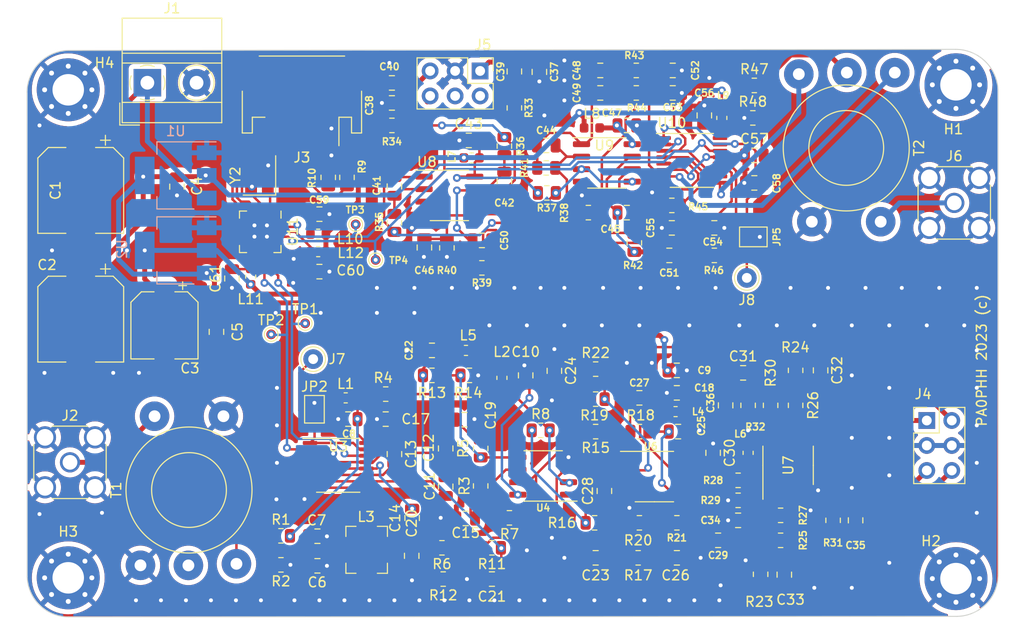
<source format=kicad_pcb>
(kicad_pcb (version 20221018) (generator pcbnew)
  (layers (0 "F.Cu" signal) (1 "In1.Cu" power) (2 "In2.Cu" power) (31 "B.Cu" signal) (34 "B.Paste" user) (35 "F.Paste" user) (36 "B.SilkS" user "B.Silkscreen") (37 "F.SilkS" user "F.Silkscreen") (38 "B.Mask" user) (39 "F.Mask" user) (44 "Edge.Cuts" user))
  (net 0 "")
  (net 1 "GND")
  (net 2 "+5V")
  (net 3 "+3V3")
  (net 4 "Net-(T1-SB)")
  (net 5 "+12V")
  (net 6 "Net-(C13-Pad1)")
  (net 7 "Net-(C14-Pad1)")
  (net 8 "Net-(C6-Pad2)")
  (net 9 "Net-(U11-VDD)")
  (net 10 "+12C")
  (net 11 "Net-(C29-Pad2)")
  (net 12 "Net-(C11-Pad1)")
  (net 13 "Net-(C31-Pad2)")
  (net 14 "Net-(C12-Pad1)")
  (net 15 "SDA")
  (net 16 "SCL")
  (net 17 "Net-(U11-VDDOC)")
  (net 18 "Net-(U8C-V+)")
  (net 19 "Net-(J2-In)")
  (net 20 "Net-(C21-Pad2)")
  (net 21 "+12P")
  (net 22 "Net-(C24-Pad2)")
  (net 23 "Net-(C27-Pad1)")
  (net 24 "Net-(U3-VCC)")
  (net 25 "Net-(U3-1B1)")
  (net 26 "Vbal")
  (net 27 "/I-")
  (net 28 "/Q-")
  (net 29 "/Q+")
  (net 30 "/I+")
  (net 31 "Clock1")
  (net 32 "Clock2")
  (net 33 "Net-(U3-1B4)")
  (net 34 "Net-(U3-1B2)")
  (net 35 "Net-(U3-1B3)")
  (net 36 "Net-(U11-VDDOA)")
  (net 37 "Net-(U6B-+)")
  (net 38 "Net-(U6A-+)")
  (net 39 "Net-(U7C-V+)")
  (net 40 "Net-(U7B--)")
  (net 41 "Net-(U7A--)")
  (net 42 "Net-(U8A--)")
  (net 43 "Net-(U8B--)")
  (net 44 "Net-(C27-Pad2)")
  (net 45 "Net-(C28-Pad1)")
  (net 46 "Net-(C28-Pad2)")
  (net 47 "Net-(C32-Pad1)")
  (net 48 "Net-(U9A--)")
  (net 49 "Net-(C23-Pad2)")
  (net 50 "Net-(C33-Pad1)")
  (net 51 "Net-(C35-Pad2)")
  (net 52 "Net-(C36-Pad1)")
  (net 53 "Net-(C39-Pad2)")
  (net 54 "Net-(U9B--)")
  (net 55 "Net-(U9C-V+)")
  (net 56 "Net-(C40-Pad2)")
  (net 57 "Net-(U10-1B4)")
  (net 58 "Net-(U10-1B1)")
  (net 59 "Net-(U10-1B2)")
  (net 60 "Net-(U10-VCC)")
  (net 61 "Net-(T2-SC)")
  (net 62 "Net-(U4B--)")
  (net 63 "Net-(U4A--)")
  (net 64 "Net-(U4B-+)")
  (net 65 "Net-(U4A-+)")
  (net 66 "Net-(C41-Pad1)")
  (net 67 "Net-(C42-Pad1)")
  (net 68 "Net-(U6B--)")
  (net 69 "Net-(U6A--)")
  (net 70 "Net-(C45-Pad1)")
  (net 71 "Net-(C48-Pad2)")
  (net 72 "Net-(T2-SA)")
  (net 73 "Net-(T2-SB)")
  (net 74 "Net-(U8A-+)")
  (net 75 "Net-(C49-Pad2)")
  (net 77 "Net-(C44-Pad1)")
  (net 79 "Net-(C50-Pad2)")
  (net 80 "Net-(C51-Pad2)")
  (net 81 "unconnected-(J5-Pin_6-Pad6)")
  (net 82 "Net-(J6-In)")
  (net 83 "Net-(R15-Pad2)")
  (net 84 "Net-(R16-Pad2)")
  (net 85 "Net-(R27-Pad1)")
  (net 86 "Net-(R30-Pad1)")
  (net 87 "Clock3")
  (net 88 "Net-(U11-XA)")
  (net 89 "Net-(U11-XB)")
  (net 90 "/Si5351B/Clock7")
  (net 91 "/Si5351B/Clock3")
  (net 92 "Clock4")
  (net 93 "/Si5351B/Clock8")
  (net 94 "/Si5351B/Clock4")
  (net 95 "Net-(J7-Pin_1)")
  (net 97 "Net-(J8-Pin_1)")
  (net 98 "/QSE/I-tx")
  (net 99 "/QSE/Q-tx")
  (net 100 "Net-(U10-1B3)")
  (footprint "Capacitor_SMD:C_0805_2012Metric" (layer "F.Cu") (at 183.3422 116.4844 -90)
    (fp_text reference "C35")
    (fp_text value "10u")
  )
  (footprint "Capacitor_SMD:C_0805_2012Metric" (layer "F.Cu") (at 157.3962 73.0504)
    (fp_text reference "C49")
    (fp_text value "10u")
  )
  (footprint "Capacitor_SMD:C_0805_2012Metric" (layer "F.Cu") (at 144.0337 77.8764)
    (fp_text reference "C43")
    (fp_text value "100n")
  )
  (footprint "Resistor_SMD:R_0805_2012Metric" (layer "F.Cu") (at 140.2892 101.7524)
    (fp_text reference "R13")
    (fp_text value "10k")
  )
  (footprint "Capacitor_SMD:C_0805_2012Metric" (layer "F.Cu") (at 165.1762 101.2444)
    (fp_text reference "C9")
    (fp_text value "10u")
  )
  (footprint "Resistor_SMD:R_0805_2012Metric" (layer "F.Cu") (at 161.0557 73.0504)
    (fp_text reference "R44")
    (fp_text value "50")
  )
  (footprint "Resistor_SMD:R_0805_2012Metric" (layer "F.Cu") (at 171.4042 114.4524 180)
    (fp_text reference "R29")
    (fp_text value "10k")
  )
  (footprint "TestPoint:TestPoint_Pad_D1.0mm" (layer "F.Cu") (at 132.5372 86.4108)
    (fp_text reference "TP3")
    (fp_text value "Tp3")
  )
  (footprint "Package_SO:TSSOP-16_4.4x5mm_P0.65mm" (layer "F.Cu") (at 166.7002 79.9084)
    (fp_text reference "U10")
    (fp_text value "SN74CBT3253")
  )
  (footprint "Resistor_SMD:R_0805_2012Metric" (layer "F.Cu") (at 156.1827 85.2154 180)
    (fp_text reference "R38")
    (fp_text value "10k")
  )
  (footprint "Capacitor_SMD:C_0805_2012Metric" (layer "F.Cu") (at 164.7622 73.0504 180)
    (fp_text reference "C53")
    (fp_text value "2n2")
  )
  (footprint "Connector_Pin:Pin_D1.0mm_L10.0mm" (layer "F.Cu") (at 128.2192 100.1014)
    (fp_text reference "J7")
    (fp_text value "Rx")
  )
  (footprint "Resistor_SMD:R_0805_2012Metric" (layer "F.Cu") (at 141.4322 122.4534 180)
    (fp_text reference "R12")
    (fp_text value "10k")
  )
  (footprint "Capacitor_SMD:C_0805_2012Metric" (layer "F.Cu") (at 128.651 118.0972 180)
    (fp_text reference "C7")
    (fp_text value "10u")
  )
  (footprint "Capacitor_SMD:C_0805_2012Metric" (layer "F.Cu") (at 131.7802 106.1974)
    (fp_text reference "C8")
    (fp_text value "100n")
  )
  (footprint "Connector_JST:JST_PH_S4B-PH-SM4-TB_1x04-1MP_P2.00mm_Horizontal" (layer "F.Cu") (at 127.0762 73.8124 180)
    (fp_text reference "J3")
    (fp_text value "I2C")
  )
  (footprint "Resistor_SMD:R_0805_2012Metric" (layer "F.Cu") (at 131.654648 81.634011 -90)
    (fp_text reference "R9")
    (fp_text value "2k2")
  )
  (footprint "Capacitor_SMD:C_0805_2012Metric" (layer "F.Cu") (at 136.2202 72.0344 180)
    (fp_text reference "C40")
    (fp_text value "10u")
  )
  (footprint "Capacitor_SMD:C_0805_2012Metric" (layer "F.Cu") (at 165.1762 103.5304)
    (fp_text reference "C18")
    (fp_text value "100n")
  )
  (footprint "Capacitor_SMD:C_0805_2012Metric" (layer "F.Cu") (at 161.3712 104.0384)
    (fp_text reference "C27")
    (fp_text value "68p")
  )
  (footprint "Inductor_SMD:L_Bourns-SRN4018" (layer "F.Cu") (at 133.6548 119.4816 -90)
    (fp_text reference "L3")
    (fp_text value "100u")
  )
  (footprint "Capacitor_SMD:C_0805_2012Metric" (layer "F.Cu") (at 119.9642 91.9074 90)
    (fp_text reference "C61")
    (fp_text value "10u")
  )
  (footprint "MountingHole:MountingHole_3.2mm_M3_Pad_Via" (layer "F.Cu") (at 193.543256 72.2252)
    (fp_text reference "H1")
    (fp_text value "MountingHole_Pad")
  )
  (footprint "Inductor_SMD:L_0603_1608Metric" (layer "F.Cu") (at 165.0492 105.4354)
    (fp_text reference "L4")
    (fp_text value "L")
  )
  (footprint "Capacitor_SMD:C_0805_2012Metric" (layer "F.Cu") (at 136.4792 109.7534 -90)
    (fp_text reference "C13")
    (fp_text value "1u")
  )
  (footprint "Resistor_SMD:R_0805_2012Metric" (layer "F.Cu") (at 151.9682 83.2104)
    (fp_text reference "R37")
    (fp_text value "2k2")
  )
  (footprint "Jumper:SolderJumper-2_P1.3mm_Open_Pad1.0x1.5mm" (layer "F.Cu") (at 128.3462 105.1964 -90)
    (fp_text reference "JP2")
    (fp_text value "RX")
  )
  (footprint "Capacitor_SMD:C_0805_2012Metric" (layer "F.Cu") (at 143.5912 106.2584 180)
    (fp_text reference "C19")
    (fp_text value "10n")
  )
  (footprint "Inductor_SMD:L_0603_1608Metric" (layer "F.Cu") (at 128.7272 89.1794 180)
    (fp_text reference "L12")
    (fp_text value "L")
  )
  (footprint "Capacitor_SMD:C_0805_2012Metric" (layer "F.Cu") (at 152.7302 101.2934 -90)
    (fp_text reference "C24")
    (fp_text value "10u")
  )
  (footprint "Capacitor_SMD:C_0805_2012Metric" (layer "F.Cu") (at 164.6682 86.7664)
    (fp_text reference "C55")
    (fp_text value "2n2")
  )
  (footprint "Capacitor_SMD:C_0805_2012Metric" (layer "F.Cu") (at 145.3642 88.0364)
    (fp_text reference "C50")
    (fp_text value "10u")
  )
  (footprint "Resistor_SMD:R_0805_2012Metric" (layer "F.Cu") (at 171.4042 112.4204)
    (fp_text reference "R28")
    (fp_text value "10k")
  )
  (footprint "Resistor_SMD:R_0805_2012Metric" (layer "F.Cu") (at 156.8227 116.7384 180)
    (fp_text reference "R16")
    (fp_text value "5.1k")
  )
  (footprint "Resistor_SMD:R_0805_2012Metric" (layer "F.Cu") (at 124.9445 121.0092)
    (fp_text reference "R2")
    (fp_text value "2k")
  )
  (footprint "Resistor_SMD:R_0805_2012Metric" (layer "F.Cu") (at 173.0502 72.2884)
    (fp_text reference "R47")
    (fp_text value "2k2")
  )
  (footprint "Capacitor_SMD:C_0805_2012Metric" (layer "F.Cu") (at 136.4742 82.5519 -90)
    (fp_text reference "C41")
    (fp_text value "100p")
  )
  (footprint "Resistor_SMD:R_0805_2012Metric" (layer "F.Cu") (at 173.6902 121.9689 90)
    (fp_text reference "R23")
    (fp_text value "100")
  )
  (footprint "Resistor_SMD:R_0805_2012Metric" (layer "F.Cu") (at 161.3712 107.4674 180)
    (fp_text reference "R18")
    (fp_text value "5.1k")
  )
  (footprint "Resistor_SMD:R_0805_2012Metric" (layer "F.Cu") (at 164.6682 84.4804)
    (fp_text reference "R45")
    (fp_text value "50")
  )
  (footprint "Capacitor_SMD:C_0805_2012Metric" (layer "F.Cu") (at 128.651 121.1072 180)
    (fp_text reference "C6")
    (fp_text value "100n")
  )
  (footprint "Resistor_SMD:R_0805_2012Metric" (layer "F.Cu") (at 147.6502 78.4504 -90)
    (fp_text reference "R36")
    (fp_text value "10k")
  )
  (footprint "Capacitor_SMD:C_0805_2012Metric" (layer "F.Cu") (at 146.3852 122.4534)
    (fp_text reference "C21")
    (fp_text value "100n")
  )
  (footprint "Capacitor_SMD:C_0805_2012Metric" (layer "F.Cu") (at 167.9702 75.3364 -90)
    (fp_text reference "C56")
    (fp_text value "100n")
  )
  (footprint "Capacitor_SMD:C_0805_2012Metric" (layer "F.Cu") (at 114.3762 82.5754 90)
    (fp_text reference "C4")
    (fp_text value "100n")
  )
  (footprint "Capacitor_SMD:CP_Elec_6.3x7.7" (layer "F.Cu") (at 113.1062 96.6724 -90)
    (fp_text reference "C3")
    (fp_text value "47u")
  )
  (footprint "Inductor_SMD:L_0603_1608Metric" (layer "F.Cu") (at 172.4202 109.6264 -90)
    (fp_text reference "L6")
    (fp_text value "L")
  )
  (footprint "tubes:Transformer_Toroid_Horizontal_D12.5mm_Amidon-T44" (layer "F.Cu") (at 178.8922 71.1384 -90)
    (fp_text reference "T2")
    (fp_text value "4:1")
  )
  (footprint "Resistor_SMD:R_0805_2012Metric" (layer "F.Cu") (at 136.4742 86.2584 -90)
    (fp_text reference "R35")
    (fp_text value "10k")
  )
  (footprint "Capacitor_SMD:C_0805_2012Metric" (layer "F.Cu") (at 148.6662 70.8679 -90)
    (fp_text reference "C39")
    (fp_text value "10u")
  )
  (footprint "Resistor_SMD:R_0805_2012Metric" (layer "F.Cu") (at 148.1632 116.2304 180)
    (fp_text reference "R7")
    (fp_text value "2k")
  )
  (footprint "Capacitor_SMD:C_0805_2012Metric" (layer "F.Cu") (at 164.4142 89.5604)
    (fp_text reference "C51")
    (fp_text value "10u")
  )
  (footprint "Inductor_SMD:L_0603_1608Metric" (layer "F.Cu") (at 147.4012 102.0064 -90)
    (fp_text reference "L2")
    (fp_text value "L")
  )
  (footprint "Capacitor_SMD:C_0805_2012Metric" (layer "F.Cu") (at 136.2202 74.0664)
    (fp_text reference "C38")
    (fp_text value "1n")
  )
  (footprint "Inductor_SMD:L_0603_1608Metric" (layer "F.Cu") (at 143.7462 99.2184 180)
    (fp_text reference "L5")
    (fp_text value "L")
  )
  (footprint "Capacitor_SMD:C_0805_2012Metric" (layer "F.Cu") (at 141.6862 113.0554 -90)
    (fp_text reference "C11")
    (fp_text value "1u")
  )
  (footprint "Resistor_SMD:R_0805_2012Metric" (layer "F.Cu") (at 145.2422 109.1794 90)
    (fp_text reference "R5")
    (fp_text value "100")
  )
  (footprint "Connector_Coaxial:SMA_Amphenol_132134_Vertical" (layer "F.Cu") (at 103.505 110.5916)
    (fp_text reference "J2")
    (fp_text value "Conn_Coaxial")
  )
  (footprint "Capacitor_SMD:C_0805_2012Metric" (layer "F.Cu") (at 170.1342 104.8004 90)
    (fp_text reference "C36")
    (fp_text value "10u")
  )
  (footprint "Resistor_SMD:R_0805_2012Metric" (layer "F.Cu") (at 165.1812 116.7384 180)
    (fp_text reference "R21")
    (fp_text value "5.1k")
  )
  (footprint "Capacitor_SMD:CP_Elec_8x10.5" (layer "F.Cu") (at 104.5972 82.9564 -90)
    (fp_text reference "C1")
    (fp_text value "100u")
  )
  (footprint "Capacitor_SMD:C_0805_2012Metric" (layer "F.Cu") (at 171.9122 101.4984)
    (fp_text reference "C31")
    (fp_text value "10u")
  )
  (footprint "Resistor_SMD:R_0805_2012Metric" (layer "F.Cu") (at 156.9262 104.1654)
    (fp_text reference "R19")
    (fp_text value "5.1k")
  )
  (footprint "Resistor_SMD:R_0805_2012Metric" (layer "F.Cu") (at 156.9262 101.1174)
    (fp_text reference "R22")
    (fp_text value "5.1k")
  )
  (footprint "Resistor_SMD:R_0805_2012Metric" (layer "F.Cu") (at 124.9445 118.0592)
    (fp_text reference "R1")
    (fp_text value "2k")
  )
  (footprint "Resistor_SMD:R_0805_2012Metric" (layer "F.Cu") (at 161.2442 120.2944)
    (fp_text reference "R17")
    (fp_text value "5.1k")
  )
  (footprint "Capacitor_SMD:C_0805_2012Metric" (layer "F.Cu") (at 143.7182 116.2914)
    (fp_text reference "C15")
    (fp_text value "10n")
  )
  (footprint "Capacitor_SMD:C_0805_2012Metric" (layer "F.Cu") (at 138.2318 120.0912 90)
    (fp_text reference "C20")
    (fp_text value "10n")
  )
  (footprint "Inductor_SMD:L_0603_1608Metric" (layer "F.Cu") (at 128.7272 87.4014 180)
    (fp_text reference "L10")
    (fp_text value "L")
  )
  (footprint "MountingHole:MountingHole_3.2mm_M3_Pad_Via" (layer "F.Cu") (at 103.3272 72.7324)
    (fp_text reference "H4")
    (fp_text value "MountingHole_Pad")
  )
  (footprint "Package_SO:SO-8_3.9x4.9mm_P1.27mm" (layer "F.Cu") (at 176.4842 110.8964 90)
    (fp_text reference "U7")
    (fp_text value "MC33078")
  )
  (footprint "Resistor_SMD:R_0805_2012Metric" (layer "F.Cu") (at 177.2462 104.8004 90)
    (fp_text reference "R26")
    (fp_text value "5k1")
  )
  (footprint "Capacitor_SMD:C_0805_2012Metric" (layer "F.Cu") (at 139.5222 88.7609 90)
    (fp_text reference "C46")
    (fp_text value "10u")
  )
  (footprint "Package_SO:TSSOP-16_4.4x5mm_P0.65mm" (layer "F.Cu") (at 130.7642 110.8964)
    (fp_text reference "U3")
    (fp_text value "SN74CBT3253")
  )
  (footprint "Package_SO:SO-8_3.9x4.9mm_P1.27mm" (layer "F.Cu") (at 158.0642 80.1624)
    (fp_text reference "U9")
    (fp_text value "MC33078")
  )
  (footprint "Resistor_SMD:R_0805_2012Metric" (layer "F.Cu") (at 172.4202 104.8004 -90)
    (fp_text reference "R32")
    (fp_text value "100")
  )
  (footprint "Resistor_SMD:R_0805_2012Metric" (layer "F.Cu") (at 175.7222 118.5164 180)
    (fp_text reference "R25")
    (fp_text value "5k1")
  )
  (footprint "Resistor_SMD:R_0805_2012Metric" (layer "F.Cu") (at 151.9022 80.6704 180)
    (fp_text reference "R41")
    (fp_text value "10k")
  )
  (footprint "Resistor_SMD:R_0805_2012Metric" (layer "F.Cu") (at 136.2202 76.3524)
    (fp_text reference "R34")
    (fp_text value "10k")
  )
  (footprint "Capacitor_SMD:C_0805_2012Metric" (layer "F.Cu") (at 168.9862 86.7664 180)
    (fp_text reference "C54")
    (fp_text value "2n2")
  )
  (footprint "Resistor_SMD:R_0805_2012Metric" (layer "F.Cu") (at 145.3642 90.8304)
    (fp_text reference "R39")
    (fp_text value "10k")
  )
  (footprint "TestPoint:TestPoint_Pad_D1.0mm" (layer "F.Cu") (at 127.4064 96.4692)
    (fp_text reference "TP1")
    (fp_text value "Tp1")
  )
  (footprint "Inductor_SMD:L_0603_1608Metric" (layer "F.Cu") (at 169.7482 75.5904 -90)
    (fp_text reference "L9")
    (fp_text value "L")
  )
  (footprint "Package_SO:SO-8_3.9x4.9mm_P1.27mm" (layer "F.Cu") (at 142.0622 83.4644)
    (fp_text reference "U8")
    (fp_text value "MC33078")
  )
  (footprint "Capacitor_SMD:C_0805_2012Metric" (layer "F.Cu") (at 176.0982 122.0064 90)
    (fp_text reference "C33")
    (fp_text value "10u")
  )
  (footprint "Capacitor_SMD:C_0805_2012Metric" (layer "F.Cu") (at 179.7862 101.2444 -90)
    (fp_text reference "C32")
    (fp_text value "10u")
  )
  (footprint "Resistor_SMD:R_0805_2012Metric" (layer "F.Cu") (at 141.3052 119.2784 180)
    (fp_text reference "R6")
    (fp_text value "100")
  )
  (footprint "Resistor_SMD:R_0805_2012Metric" (layer "F.Cu") (at 161.3712 116.7384 180)
    (fp_text reference "R20")
    (fp_text value "5.1k")
  )
  (footprint "Resistor_SMD:R_0805_2012Metric" (layer "F.Cu") (at 161.0557 70.7644)
    (fp_text reference "R43")
    (fp_text value "50")
  )
  (footprint "Inductor_SMD:L_0603_1608Metric" (layer "F.Cu") (at 156.5402 76.6064)
    (fp_text reference "L8")
    (fp_text value "L")
  )
  (footprint "TerminalBlock_MetzConnect:TerminalBlock_MetzConnect_Type011_RT05502HBWC_1x02_P5.00mm_Horizontal" (layer "F.Cu") (at 111.3682 72.0144)
    (fp_text reference "J1")
    (fp_text value "Power" hide)
  )
  (footprint "Resistor_SMD:R_0805_2012Metric" (layer "F.Cu") (at 160.8582 88.2904 -90)
    (fp_text reference "R42")
    (fp_text value "10k")
  )
  (footprint "tubes:Transformer_Toroid_Horizontal_D12.5mm_Amidon-T44" (layer "F.Cu") (at 119.1006 120.904 90)
    (fp_text reference "T1")
    (fp_text value "1:4")
  )
  (footprint "Connector_Pin:Pin_D1.0mm_L10.0mm" (layer "F.Cu") (at 172.2882 91.8464)
    (fp_text reference "J8")
    (fp_text value "Tx")
  )
  (footprint "Capacitor_SMD:C_0805_2012Metric" (layer "F.Cu") (at 151.2062 70.9149 90)
    (fp_text reference "C37")
    (fp_text value "1n")
  )
  (footprint "Capacitor_SMD:C_0805_2012Metric" (layer "F.Cu") (at 147.6502 82.0064 -90)
    (fp_text reference "C42")
    (fp_text value "100p")
  )
  (footprint "Capacitor_SMD:C_0805_2012Metric" (layer "F.Cu") (at 164.7622 70.7644 180)
    (fp_text reference "C52")
    (fp_text value "2n2")
  )
  (footprint "Capacitor_SMD:C_0805_2012Metric" (layer "F.Cu") (at 141.6862 109.1794 -90)
    (fp_text reference "C12")
    (fp_text value "1u")
  )
  (footprint "Resistor_SMD:R_0805_2012Metric" (layer "F.Cu") (at 141.8082 88.7984 90)
    (fp_text reference "R40")
    (fp_text value "2k2")
  )
  (footprint "Capacitor_SMD:C_0805_2012Metric" (layer "F.Cu") (at 169.3722 118.5164)
    (fp_text reference "C29")
    (fp_text value "10u")
  )
  (footprint "Capacitor_SMD:C_0805_2012Metric" (layer "F.Cu") (at 151.9022 78.3844)
    (fp_text reference "C44")
    (fp_text value "100p")
  )
  (footprint "Connector_PinHeader_2.54mm:PinHeader_2x03_P2.54mm_Vertical" (layer "F.Cu") (at 190.5762 106.3394)
    (fp_text reference "J4")
    (fp_text value "output")
  )
  (footprint "Capacitor_SMD:C_0805_2012Metric" (layer "F.Cu") (at 156.9262 120.2944)
    (fp_text reference "C23")
    (fp_text value "10u")
  )
  (footprint "Capacitor_SMD:C_0805_2012Metric" (layer "F.Cu") (at 138.2776 116.2456 90)
    (fp_text reference "C14")
    (fp_text value "1u")
  )
  (footprint "Connector_Coaxial:SMA_Amphenol_132134_Vertical" (layer "F.Cu") (at 193.3702 84.2264)
    (fp_text reference "J6")
    (fp_text value "TX")
  )
  (footprint "Capacitor_SMD:C_0805_2012Metric" (layer "F.Cu") (at 173.0502 82.1944)
    (fp_text reference "C58")
    (fp_text value "10u")
  )
  (footprint "Package_SO:SO-8_3.9x4.9mm_P1.27mm" (layer "F.Cu") (at 162.8952 112.0394)
    (fp_text reference "U6")
    (fp_text value "MC33078")
  )
  (footprint "Resistor_SMD:R_0805_2012Metric" (layer "F.Cu") (at 135.5902 103.6574 180)
    (fp_text reference "R4")
    (fp_text value "100")
  )
  (footprint "Capacitor_SMD:C_0805_2012Metric" (layer "F.Cu") (at 149.8142 101.7524 -90)
    (fp_text reference "C10")
    (fp_text value "100n")
  )
  (footprint "Resistor_SMD:R_0805_2012Metric" (layer "F.Cu") (at 181.0562 116.4844 -90)
    (fp_text reference "R31")
    (fp_text value "100")
  )
  (footprint "Capacitor_SMD:C_0805_2012Metric" (layer "F.Cu") (at 118.3894 97.3328 90)
    (fp_text reference "C5")
    (fp_text value "100n")
  )
  (footprint "Connector_PinHeader_2.54mm:PinHeader_2x03_P2.54mm_Vertical" (layer "F.Cu") (at 145.1864 70.8152 -90)
    (fp_text reference "J5")
    (fp_text value "input")
  )
  (footprint "Capacitor_SMD:C_0805_2012Metric" (layer "F.Cu") (at 128.8542 85.3694 180)
    (fp_text reference "C59")
    (fp_text value "10u")
  )
  (footprint "Resistor_SMD:R_0805_2012Metric" (layer "F.Cu") (at 145.2422 112.9894 90)
    (fp_text reference "R3")
    (fp_text value "100")
  )
  (footprint "Resistor_SMD:R_0805_2012Metric" (layer "F.Cu") (at 156.9262 107.4674 180)
    (fp_text reference "R15")
    (fp_text value "5.1k")
  )
  (footprint "Inductor_SMD:L_0603_1608Metric" (layer "F.Cu") (at 131.5262 104.0384)
    (fp_text reference "L1")
    (fp_text value "L")
  )
  (footprint "Resistor_SMD:R_0805_2012Metric" (layer "F.Cu") (at 144.0992 101.7524)
    (fp_text reference "R14")
    (fp_text value "10k")
  )
  (footprint "TestPoint:TestPoint_Pad_D1.0mm" (layer "F.Cu") (at 123.952 97.5868)
    (fp_text reference "TP2")
    (fp_text value "Tp2")
  )
  (footprint "Resistor_SMD:R_0805_2012Metric" (layer "F.Cu") (at 177.2462 101.2444 -90)
    (fp_text reference "R24")
    (fp_text value "100")
  )
  (footprint "Capacitor_SMD:C_0805_2012Metric" (layer "F.Cu") (at 168.8642 109.6264 -90)
    (fp_text reference "C30")
    (fp_text value "100n")
  )
  (footprint "Resistor_SMD:R_0805_2012Metric" (layer "F.Cu") (at 151.3382 107.3404)
    (fp_text reference "R8")
    (fp_text value "2k")
  )
  (footprint "Capacitor_SMD:C_0805_2012Metric" (layer "F.Cu") (at 165.1812 120.2944 180)
    (fp_text reference "C26")
    (fp_text value "68p")
  )
  (footprint "Package_SO:SO-8_3.9x4.9mm_P1.27mm" (layer "F.Cu") (at 151.5922 111.9734 180)
    (fp_text reference "U4")
    (fp_text value "MC33078")
  )
  (footprint "Inductor_SMD:L_0603_1608Metric" (layer "F.Cu") (at 144.3227 79.6544)
    (fp_text reference "L7")
    (fp_text value "L")
  )
  (footprint "Jumper:SolderJumper-2_P1.3mm_Open_Pad1.0x1.5mm" (layer "F.Cu") (at 172.9486 87.6808 180)
    (fp_text reference "JP5")
    (fp_text value "tx")
  )
  (footprint "Capacitor_SMD:C_0805_2012Metric" (layer "F.Cu") (at 157.3962 70.7644)
    (fp_text reference "C48")
    (fp_text value "10u")
  )
  (footprint "Capacitor_SMD:C_0805_2012Metric" (layer "F.Cu") (at 171.4042 116.4844)
    (fp_text reference "C34")
    (fp_text value "100n")
  )
  (footprint "Capacitor_SMD:C_0805_2012Metric" (layer "F.Cu") (at 160.0962 76.3524 180)
    (fp_text reference "C47")
    (fp_text value "100n")
  )
  (footprint "Resistor_SMD:R_0805_2012Metric" (layer "F.Cu") (at 129.749648 81.634011 -90)
    (fp_text reference "R10")
    (fp_text value "2k2")
  )
  (footprint "Resistor_SMD:R_0805_2012Metric" (layer "F.Cu") (at 168.9862 89.5604)
    (fp_text reference "R46")
    (fp_text value "50")
  )
  (footprint "Inductor_SMD:L_0603_1608Metric" (layer "F.Cu") (at 121.8692 91.7194 90)
    (fp_text reference "L11")
    (fp_text value "L")
  )
  (footprint "Package_DFN_QFN:QFN-20-1EP_4x4mm_P0.5mm_EP2.7x2.7mm" (layer "F.Cu") (at 122.8402 87.1634 -90)
    (fp_text reference "U11")
    (fp_text value "Si5351A-B-GM")
  )
  (footprint "Resistor_SMD:R_0805_2012Metric" (layer "F.Cu") (at 174.7062 104.8004 90)
    (fp_text reference "R30")
    (fp_text value "5.1k")
  )
  (footprint "TestPoint:TestPoint_Pad_D1.0mm" (layer "F.Cu") (at 134.5692 90.0176)
    (fp_text reference "TP4")
    (fp_text value "Tp4")
  )
  (footprint "Resistor_SMD:R_0805_2012Metric" (layer "F.Cu") (at 175.7222 115.9764)
    (fp_text reference "R27")
    (fp_text value "5.1k")
  )
  (footprint "Resistor_SMD:R_0805_2012Metric" (layer "F.Cu") (at 146.3852 119.2784 180)
    (fp_text reference "R11")
    (fp_text value "10k")
  )
  (footprint "Capacitor_SMD:C_0805_2012Metric" (layer "F.Cu") (at 135.5902 106.1974)
    (fp_text reference "C17")
    (fp_text value "10n")
  )
  (footprint "Resistor_SMD:R_0805_2012Metric" (layer "F.Cu") (at 148.6662 74.5744 -90)
    (fp_text reference "R33")
    (fp_text value "10k")
  )
  (footprint "Capacitor_SMD:C_0805_2012Metric" (layer "F.Cu") (at 140.2892 99.2124)
    (fp_text reference "C22")
    (fp_text value "100n")
  )
  (footprint "Capacitor_SMD:C_0805_2012Metric" (layer "F.Cu") (at 173.0502 79.4004)
    (fp_text reference "C57")
    (fp_text value "100n")
  )
  (footprint "MountingHole:MountingHole_3.2mm_M3_Pad_Via" (layer "F.Cu") (at 193.543256 122.407344)
    (fp_text reference "H2")
    (fp_text value "MountingHole_Pad")
  )
  (footprint "Resistor_SMD:R_0805_2012Metric" (layer "F.Cu") (at 172.8997 75.5904)
    (fp_text reference "R48")
    (fp_text value "2k2")
  )
  (footprint "Capacitor_SMD:C_0805_2012Metric" (layer "F.Cu") (at 157.8152 113.5024 90)
    (fp_text reference "C28")
    (fp_text value "68p")
  )
  (footprint "MountingHole:MountingHole_3.2mm_M3_Pad_Via" (layer "F.Cu") (at 103.3272 122.3264)
    (fp_text reference "H3")
    (fp_text value "MountingHole_Pad")
  )
  (footprint "Capacitor_SMD:CP_Elec_8x10.5" (layer "F.Cu") (at 104.5972 96.0374 -90)
    (fp_text reference "C2")
    (fp_text value "100u")
  )
  (footprint "Crystal:Crystal_SMD_3225-4Pin_3.2x2.5mm" (layer "F.Cu") (at 122.7582 81.4324 90)
    (fp_text reference "Y2")
    (fp_text value "25 Mhz")
  )
  (footprint "Capacitor_SMD:C_0805_2012Metric" (layer "F.Cu") (at 160.0962 85.2154)
    (fp_text reference "C45")
    (fp_text value "100p")
  )
  (footprint "Capacitor_SMD:C_0805_2012Metric" (layer "F.Cu") (at 165.3082 107.4674 180)
    (fp_text reference "C25")
    (fp_text value "68p")
  )
  (footprint "Capacitor_SMD:C_0805_2012Metric" (layer "F.Cu") (at 128.8542 91.2114 180)
    (fp_text reference "C60")
    (fp_text value "10u")
  )
  (footprint "Package_TO_SOT_SMD:SOT-223-3_TabPin2" (layer "B.Cu") (at 114.2492 89.0524 180)
    (fp_text reference "U2")
    (fp_text value "LM1117-3.3")
  )
  (footprint "Package_TO_SOT_SMD:SOT-223-3_TabPin2" (layer "B.Cu") (at 114.2492 81.4324 180)
    (fp_text reference "U1")
    (fp_text value "LM1117-5.0")
  )
  (gr_line (start 103.373604 126.298778) (end 193.688541 126.243528) (stroke (width 0.1)) (layer "Edge.Cuts"))
  (gr_arc (start 103.373604 126.298778) (mid 100.420239 125.095632) (end 99.148377 122.171202) (stroke (width 0.1)) (layer "Edge.Cuts"))
  (gr_arc (start 193.501596 68.620822) (mid 196.469007 69.799197) (end 197.819596 72.692286) (stroke (width 0.1)) (layer "Edge.Cuts"))
  (gr_line (start 197.828017 122.006124) (end 197.819596 72.692286) (stroke (width 0.1)) (layer "Edge.Cuts"))
  (gr_line (start 193.501596 68.620822) (end 103.2002 68.7324) (stroke (width 0.1)) (layer "Edge.Cuts"))
  (gr_line (start 99.1362 73.0504) (end 99.148377 122.171202) (stroke (width 0.1)) (layer "Edge.Cuts"))
  (gr_arc (start 99.128736 73.0504) (mid 100.307114 70.082996) (end 103.2002 68.7324) (stroke (width 0.1)) (layer "Edge.Cuts"))
  (gr_arc (start 197.828017 122.006124) (mid 196.621389 124.96797) (end 193.688541 126.243528) (stroke (width 0.1)) (layer "Edge.Cuts"))
  (gr_text "PA0PHH 2023 (c)" (at 196.1642 100.2284 90) (layer "F.SilkS") (effects (font (size 1 1))))
  (segment (start 120.8902 86.1634) (end 121.9012 86.1634) (width 0.25) (layer "F.Cu") (net 1))
  (segment (start 127.9017 113.1714) (end 127.9017 113.7589) (width 0.25) (layer "F.Cu") (net 1))
  (segment (start 138.2572 121.0666) (end 138.2318 121.0412) (width 0.25) (layer "F.Cu") (net 1))
  (segment (start 160.3552 115.2144) (end 160.3202 115.1794) (width 0.25) (layer "F.Cu") (net 1))
  (segment (start 152.7302 100.3434) (end 152.7302 99.0854) (width 0.25) (layer "F.Cu") (net 1))
  (segment (start 138.2572 122.5804) (end 140.3927 122.5804) (width 0.25) (layer "F.Cu") (net 1))
  (segment (start 155.4892 83.4294) (end 155.5242 83.4644) (width 0.5) (layer "F.Cu") (net 1))
  (segment (start 120.8902 86.6634) (end 120.8902 86.5124) (width 0.25) (layer "F.Cu") (net 1))
  (segment (start 167.3402 107.4674) (end 167.4672 107.3404) (width 0.25) (layer "F.Cu") (net 1))
  (segment (start 141.2392 116.2914) (end 141.1782 116.2304) (width 0.25) (layer "F.Cu") (net 1))
  (segment (start 137.7492 99.2124) (end 139.3392 99.2124) (width 0.25) (layer "F.Cu") (net 1))
  (segment (start 166.1312 120.2944) (end 167.5942 120.2944) (width 0.25) (layer "F.Cu") (net 1))
  (segment (start 130.0762 76.6624) (end 130.0762 75.0344) (width 0.25) (layer "F.Cu") (net 1))
  (segment (start 166.2582 107.4674) (end 167.3402 107.4674) (width 0.25) (layer "F.Cu") (net 1))
  (segment (start 153.7462 120.2944) (end 153.8732 120.1674) (width 0.25) (layer "F.Cu") (net 1))
  (segment (start 162.8615 83.1596) (end 163.8377 82.1834) (width 0.25) (layer "F.Cu") (net 1))
  (segment (start 178.3892 113.4714) (end 179.4972 113.4714) (width 0.25) (layer "F.Cu") (net 1))
  (segment (start 154.1672 110.0684) (end 154.443272 110.0684) (width 0.25) (layer "F.Cu") (net 1))
  (segment (start 138.2572 122.5804) (end 138.2572 121.0666) (width 0.25) (layer "F.Cu") (net 1))
  (segment (start 153.7462 120.2944) (end 155.9762 120.2944) (width 0.25) (layer "F.Cu") (net 1))
  (segment (start 120.8902 86.5124) (end 122.1892 86.5124) (width 0.25) (layer "F.Cu") (net 1))
  (segment (start 120.8902 86.5124) (end 120.8902 86.3854) (width 0.25) (layer "F.Cu") (net 1))
  (segment (start 140.3927 122.5804) (end 140.5197 122.4534) (width 0.25) (layer "F.Cu") (net 1))
  (segment (start 179.4972 113.4714) (end 179.5322 113.4364) (width 0.25) (layer "F.Cu") (net 1))
  (segment (start 122.1892 86.5124) (end 122.8402 87.1634) (width 0.25) (layer "F.Cu") (net 1))
  (segment (start 139.4872 85.5314) (end 138.2522 86.7664) (width 0.25) (layer "F.Cu") (net 1))
  (segment (start 121.9012 86.1634) (end 122.2502 86.5124) (width 0.25) (layer "F.Cu") (net 1))
  (segment (start 160.3202 115.1794) (end 160.3202 113.9444) (width 0.25) (layer "F.Cu") (net 1))
  (segment (start 122.8402 85.2134) (end 122.8402 87.1634) (width 0.25) (layer "F.Cu") (net 1))
  (segment (start 120.8902 86.3854) (end 120.8902 86.1634) (width 0.25) (layer "F.Cu") (net 1))
  (segment (start 155.4892 82.0674) (end 155.4892 83.4294) (width 0.5) (layer "F.Cu") (net 1))
  (segment (start 162.6616 83.1596) (end 162.8615 83.1596) (width 0.25) (layer "F.Cu") (net 1))
  (segment (start 139.3767 99.2499) (end 139.3392 99.2124) (width 0.25) (layer "F.Cu") (net 1))
  (segment (start 142.7682 116.2914) (end 141.2392 116.2914) (width 0.25) (layer "F.Cu") (net 1))
  (segment (start 127.9017 113.7589) (end 127.3352 114.3254) (width 0.25) (layer "F.Cu") (net 1))
  (segment (start 139.4872 85.3694) (end 139.4872 85.5314) (width 0.25) (layer "F.Cu") (net 1))
  (segment (start 143.8452 122.4534) (end 145.4352 122.4534) (width 0.25) (layer "F.Cu") (net 1))
  (via (at 110.5154 101.4984) (size 0.8) (drill 0.4) (layers "F.Cu" "B.Cu") (net 1))
  (via (at 119.9642 92.8574) (size 0.8) (drill 0.4) (layers "F.Cu" "B.Cu") (net 1))
  (via (at 186.7662 120.8024) (size 0.8) (drill 0.4) (layers "F.Cu" "B.Cu") (net 1))
  (via (at 126.238 89.916) (size 0.8) (drill 0.4) (layers "F.Cu" "B.Cu") (net 1))
  (via (at 195.6562 99.2124) (size 0.8) (drill 0.4) (layers "F.Cu" "B.Cu") (net 1))
  (via (at 144.8562 92.8624) (size 0.8) (drill 0.4) (layers "F.Cu" "B.Cu") (net 1))
  (via (at 165.6842 73.0504) (size 0.8) (drill 0.4) (layers "F.Cu" "B.Cu") (net 1))
  (via (at 153.7462 71.7804) (size 0.8) (drill 0.4) (layers "F.Cu" "B.Cu") (net 1))
  (via (at 139.0142 124.6124) (size 0.8) (drill 0.4) (layers "F.Cu" "B.Cu") (net 1))
  (via (at 172.1662 120.5484) (size 0.8) (drill 0.4) (layers "F.Cu" "B.Cu") (net 1))
  (via (at 153.7462 120.2944) (size 0.8) (drill 0.4) (layers "F.Cu" "B.Cu") (net 1))
  (via (at 184.3532 92.8624) (size 0.8) (drill 0.4) (layers "F.Cu" "B.Cu") (net 1))
  (via (at 160.3552 115.2144) (size 0.8) (drill 0.4) (layers "F.Cu" "B.Cu") (net 1))
  (via (at 151.2062 71.882) (size 0.8) (drill 0.4) (layers "F.Cu" "B.Cu") (net 1))
  (via (at 107.8992 101.4984) (size 0.8) (drill 0.4) (layers "F.Cu" "B.Cu") (net 1))
  (via (at 114.3762 83.4644) (size 0.8) (drill 0.4) (layers "F.Cu" "B.Cu") (net 1))
  (via (at 160.0962 100.4824) (size 0.8) (drill 0.4) (layers "F.Cu" "B.Cu") (net 1))
  (via (at 123.6472 80.4164) (size 0.8) (drill 0.4) (layers "F.Cu" "B.Cu") (net 1))
  (via (at 195.6562 110.6424) (size 0.8) (drill 0.4) (layers "F.Cu" "B.Cu") (net 1))
  (via (at 112.7506 124.6124) (size 0.8) (drill 0.4) (layers "F.Cu" "B.Cu") (net 1))
  (via (at 133.9342 124.6124) (size 0.8) (drill 0.4) (layers "F.Cu" "B.Cu") (net 1))
  (via (at 161.4932 92.8624) (size 0.8) (drill 0.4) (layers "F.Cu" "B.Cu") (net 1))
  (via (at 179.1462 96.6724) (size 0.8) (drill 0.4) (layers "F.Cu" "B.Cu") (net 1))
  (via (at 149.9362 96.6724) (size 0.8) (drill 0.4) (layers "F.Cu" "B.Cu") (net 1))
  (via (at 152.4762 104.2924) (size 0.8) (drill 0.4) (layers "F.Cu" "B.Cu") (net 1))
  (via (at 138.5062 95.4024) (size 0.8) (drill 0.4) (layers "F.Cu" "B.Cu") (net 1))
  (via (at 168.4782 71.5264) (size 0.8) (drill 0.4) (layers "F.Cu" "B.Cu") (net 1))
  (via (at 141.5542 124.6124) (size 0.8) (drill 0.4) (layers "F.Cu" "B.Cu") (net 1))
  (via (at 122.2502 86.5124) (size 0.8) (drill 0.4) (layers "F.Cu" "B.Cu") (net 1))
  (via (at 127.3352 114.3254) (size 0.8) (drill 0.4) (layers "F.Cu" "B.Cu") (net 1))
  (via (at 138.2522 86.7664) (size 0.8) (drill 0.4) (layers "F.Cu" "B.Cu") (net 1))
  (via (at 142.3162 92.8624) (size 0.8) (drill 0.4) (layers "F.Cu" "B.Cu") (net 1))
  (via (at 162.6616 83.1596) (size 0.8) (drill 0.4) (layers "F.Cu" "B.Cu") (net 1))
  (via (at 161.1122 76.3524) (size 0.8) (drill 0.4) (layers "F.Cu" "B.Cu") (net 1))
  (via (at 101.6762 89.0524) (size 0.8) (drill 0.4) (layers "F.Cu" "B.Cu") (net 1))
  (via (at 129.8702 91.2114) (size 0.8) (drill 0.4) (layers "F.Cu" "B.Cu") (net 1))
  (via (at 143.8452 122.4534) (size 0.8) (drill 0.4) (layers "F.Cu" "B.Cu") (net 1))
  (via (at 144.6072 106.1974) (size 0.8) (drill 0.4) (layers "F.Cu" "B.Cu") (net 1))
  (via (at 186.7662 103.0224) (size 0.8) (drill 0.4) (layers "F.Cu" "B.Cu") (net 1))
  (via (at 180.5432 92.8624) (size 0.8) (drill 0.4) (layers "F.Cu" "B.Cu") (net 1))
  (via (at 163.6522 86.7664) (size 0.8) (drill 0.4) (layers "F.Cu" "B.Cu") (net 1))
  (via (at 167.4672 107.3404) (size 0.8) (drill 0.4) (layers "F.Cu" "B.Cu") (net 1))
  (via (at 124.5362 103.0224) (size 0.8) (drill 0.4) (layers "F.Cu" "B.Cu") (net 1))
  (via (at 124.5362 110.6424) (size 0.8) (drill 0.4) (layers "F.Cu" "B.Cu") (net 1))
  (via (at 130.2562 109.7026) (size 0.8) (drill 0.4) (layers "F.Cu" "B.Cu") (net 1))
  (via (at 182.9562 96.6724) (size 0.8) (drill 0.4) (layers "F.Cu" "B.Cu") (net 1))
  (via (at 130.0762 76.6624) (size 0.8) (drill 0.4) (layers "F.Cu" "B.Cu") (net 1))
  (via (at 126.1872 92.3544) (size 0.8) (drill 0.4) (layers "F.Cu" "B.Cu") (net 1))
  (via (at 138.2572 122.5804) (size 0.8) (drill 0.4) (layers "F.Cu" "B.Cu") (net 1))
  (via (at 106.7562 115.7224) (size 0.8) (drill 0.4) (layers "F.Cu" "B.Cu") (net 1))
  (via (at 191.8462 92.8624) (size 0.8) (drill 0.4) (layers "F.Cu" "B.Cu") (net 1))
  (via (at 125.9078 121.0056) (size 0.8) (drill 0.4) (layers "F.Cu" "B.Cu") (net 1))
  (via (at 170.3882 116.4844) (size 0.8) (drill 0.4) (layers "F.Cu" "B.Cu") (net 1))
  (via (at 195.6562 106.8324) (size 0.8) (drill 0.4) (layers "F.Cu" "B.Cu") (net 1))
  (via (at 135.9662 70.0024) (size 0.8) (drill 0.4) (layers "F.Cu" "B.Cu") (net 1))
  (via (at 195.6562 103.0224) (size 0.8) (drill 0.4) (layers "F.Cu" "B.Cu") (net 1))
  (via (at 130.7642 106.1974) (size 0.8) (drill 0.4) (layers "F.Cu" "B.Cu") (net 1))
  (via (at 129.6162 121.1072) (size 0.8) (drill 0.4) (layers "F.Cu" "B.Cu") (net 1))
  (via (at 157.6832 92.8624) (size 0.8) (drill 0.4) (layers "F.Cu" "B.Cu") (net 1))
  (via (at 182.9562 123.3424) (size 0.8) (drill 0.4) (layers "F.Cu" "B.Cu") (net 1))
  (via (at 176.7332 92.8624) (size 0.8) (drill 0.4) (layers "F.Cu" "B.Cu") (net 1))
  (via (at 168.8642 108.6764) (size 0.8) (drill 0.4) (layers "F.Cu" "B.Cu") (net 1))
  (via (at 130.0734 79.4004) (size 0.8) (drill 0.4) (layers "F.Cu" "B.Cu") (net 1))
  (via (at 137.7492 99.2124) (size 0.8) (drill 0.4) (layers "F.Cu" "B.Cu") (net 1))
  (via (at 128.9812 95.4024) (size 0.8) (drill 0.4) (layers "F.Cu" "B.Cu") (net 1))
  (via (at 149.6822 100.7364) (size 0.8) (drill 0.4) (layers "F.Cu" "B.Cu") (net 1))
  (via (at 131.3942 124.6124) (size 0.8) (drill 0.4) (layers "F.Cu" "B.Cu") (net 1))
  (via (at 154.1672 110.0684) (size 0.8) (drill 0.4) (layers "F.Cu" "B.Cu") (net 1))
  (via (at 124.4092 95.4024) (size 0.8) (drill 0.4) (layers "F.Cu" "B.Cu") (net 1))
  (via (at 152.4762 118.2624) (size 0.8) (drill 0.4) (layers "F.Cu" "B.Cu") (net 1))
  (via (at 115.2906 124.6124) (size 0.8) (drill 0.4) (layers "F.Cu" "B.Cu") (net 1))
  (via (at 166.9542 124.6124) (size 0.8) (drill 0.4) (layers "F.Cu" "B.Cu") (net 1))
  (via (at 144.9882 101.7524) (size 0.8) (drill 0.4) (layers "F.Cu" "B.Cu") (net 1))
  (via (at 123.5202 86.5124) (size 0.8) (drill 0.4) (layers "F.Cu" "B.Cu") (net 1))
  (via (at 144.0942 124.6124) (size 0.8) (drill 0.4) (layers "F.Cu" "B.Cu") (net 1))
  (via (at 194.3862 96.6724) (size 0.8) (drill 0.4) (layers "F.Cu" "B.Cu") (net 1))
  (via (at 161.3662 96.6724) (size 0.8) (drill 0.4) (layers "F.Cu" "B.Cu") (net 1))
  (via (at 161.8742 124.6124) (size 0.8) (drill 0.4) (layers "F.Cu" "B.Cu") (net 1))
  (via (at 152.7302 99.0854) (size 0.8) (drill 0.4) (layers "F.Cu" "B.Cu") (net 1))
  (via (at 153.7462 69.7484) (size 0.8) (drill 0.4) (layers "F.Cu" "B.Cu") (net 1))
  (via (at 190.5762 96.6724) (size 0.8) (drill 0.4) (layers "F.Cu" "B.Cu") (net 1))
  (via (at 120.3706 124.6124) (size 0.8) (drill 0.4) (layers "F.Cu" "B.Cu") (net 1))
  (via (at 128.3462 104.5464) (size 0.8) (drill 0.4) (layers "F.Cu" "B.Cu") (net 1))
  (via (at 146.6342 124.6124) (size 0.8) (drill 0.4) (layers "F.Cu" "B.Cu") (net 1))
  (via (at 167.9702 74.3204) (size 0.8) (drill 0.4) (layers "F.Cu" "B.Cu") (net 1))
  (via (at 149.9362 119.5324) (size 0.8) (drill 0.4) (layers "F.Cu" "B.Cu") (net 1))
  (via (at 195.6562 92.8624) (size 0.8) (drill 0.4) (layers "F.Cu" "B.Cu") (net 1))
  (via (at 172.0342 75.5904) (size 0.8) (drill 0.4) (layers "F.Cu" "B.Cu") (net 1))
  (via (at 135.2042 74.0664) (size 0.8) (drill 0.4) (layers "F.Cu" "B.Cu") (net 1))
  (via (at 136.4742 124.6124) (size 0.8) (drill 0.4) (layers "F.Cu" "B.Cu") (net 1))
  (via (at 148.6662 92.8624) (size 0.8) (drill 0.4) (layers "F.Cu" "B.Cu") (net 1))
  (via (at 151.7142 124.6124) (size 0.8) (drill 0.4) (layers "F.Cu" "B.Cu") (net 1))
  (via (at 138.5062 92.8624) (size 0.8) (drill 0.4) (layers "F.Cu" "B.Cu") (net 1))
  (via (at 165.6842 70.7644) (size 0.8) (drill 0.4) (layers "F.Cu" "B.Cu") (net 1))
  (via (at 143.0782 77.8764) (size 0.8) (drill 0.4) (layers "F.Cu" "B.Cu") (net 1))
  (via (at 182.9562 101.7524) (size 0.8) (drill 0.4) (layers "F.Cu" "B.Cu") (net 1))
  (via (at 171.5262 96.6724) (size 0.8) (drill 0.4) (layers "F.Cu" "B.Cu") (net 1))
  (via (at 188.0362 92.8624) (size 0.8) (drill 0.4) (layers "F.Cu" "B.Cu") (net 1))
  (via (at 162.6362 100.4824) (size 0.8) (drill 0.4) (layers "F.Cu" "B.Cu") (net 1))
  (via (at 157.5562 96.6724) (size 0.8) (drill 0.4) (layers "F.Cu" "B.Cu") (net 1))
  (via (at 153.7462 73.8124) (size 0.8) (drill 0.4) (layers "F.Cu" "B.Cu") (net 1))
  (via (at 134.6962 92.8624) (size 0.8) (drill 0.4) (layers "F.Cu" "B.Cu") (net 1))
  (via (at 186.7662 108.1024) (size 0.8) (drill 0.4) (layers "F.Cu" "B.Cu") (net 1))
  (via (at 151.3332 92.8624) (size 0.8) (drill 0.4) (layers "F.Cu" "B.Cu") (net 1))
  (via (at 121.9962 82.5754) (size 0.8) (drill 0.4) (layers "F.Cu" "B.Cu") (net 1))
  (via (at 122.9106 124.6124) (size 0.8) (drill 0.4) (layers "F.Cu" "B.Cu") (net 1))
  (via (at 126.3142 124.6124) (size 0.8) (drill 0.4) (layers "F.Cu" "B.Cu") (net 1))
  (via (at 195.6562 115.7224) (size 0.8) (drill 0.4) (layers "F.Cu" "B.Cu") (net 1))
  (via (at 166.1922 101.2444) (size 0.8) (drill 0.4) (layers "F.Cu" "B.Cu") (net 1))
  (via (at 172.0342 82.1944) (size 0.8) (drill 0.4) (layers "F.Cu" "B.Cu") (net 1))
  (via (at 186.7662 96.6724) (size 0.8) (drill 0.4) (layers "F.Cu" "B.Cu") (net 1))
  (via (at 123.5202 87.6554) (size 0.8) (drill 0.4) (layers "F.Cu" "B.Cu") (net 1))
  (via (at 109.2962 89.0524) (size 0.8) (drill 0.4) (layers "F.Cu" "B.Cu") (net 1))
  (via (at 141.8082 89.7128) (size 0.8) (drill 0.4) (layers "F.Cu" "B.Cu") (net 1))
  (via (at 139.4714 89.7128) (size 0.8) (drill 0.4) (layers "F.Cu" "B.Cu") (net 1))
  (via (at 154.2542 124.6124) (size 0.8) (drill 0.4) (layers "F.Cu" "B.Cu") (net 1))
  (via (at 100.9142 101.4984) (size 0.8) (drill 0.4) (layers "F.Cu" "B.Cu") (net 1))
  (via (at 110.2106 124.6124) (size 0.8) (drill 0.4) (layers "F.Cu" "B.Cu") (net 1))
  (via (at 172.4202 107.3404) (size 0.8) (drill 0.4) (layers "F.Cu" "B.Cu") (net 1))
  (via (at 172.0342 79.4004) (size 0.8) (drill 0.4) (layers "F.Cu" "B.Cu") (net 1))
  (via (at 134.7012 106.1974) (size 0.8) (drill 0.4) (layers "F.Cu" "B.Cu") (net 1))
  (via (at 179.5322 113.4364) (size 0.8) (drill 0.4) (layers "F.Cu" "B.Cu") (net 1))
  (via (at 175.3362 96.6724) (size 0.8) (drill 0.4) (layers "F.Cu" "B.Cu") (net 1))
  (via (at 156.7942 124.6124) (size 0.8) (drill 0.4) (layers "F.Cu" "B.Cu") (net 1))
  (via (at 170.3882 114.4524) (size 0.8) (drill 0.4) (layers "F.Cu" "B.Cu") (net 1))
  (via (at 186.7662 111.9124) (size 0.8) (drill 0.4) (layers "F.Cu" "B.Cu") (net 1))
  (via (at 146.1262 96.6724) (size 0.8) (drill 0.4) (layers "F.Cu" "B.Cu") (net 1))
  (via (at 170.0022 86.7664) (size 0.8) (drill 0.4) (layers "F.Cu" "B.Cu") (net 1))
  (via (at 167.5942 120.2944) (size 0.8) (drill 0.4) (layers "F.Cu" "B.Cu") (net 1))
  (via (at 134.6962 95.4024) (size 0.8) (drill 0.4) (layers "F.Cu" "B.Cu") (net 1))
  (via (at 129.8702 85.3694) (size 0.8) (drill 0.4) (layers "F.Cu" "B.Cu") (net 1))
  (via (at 182.9562 113.1824) (size 0.8) (drill 0.4) (layers "F.Cu" "B.Cu") (net 1))
  (via (at 153.7462 92.8624) (size 0.8) (drill 0.4) (layers "F.Cu" "B.Cu") (net 1))
  (via (at 173.609 87.6808) (size 0.8) (drill 0.4) (layers "F.Cu" "B.Cu") (net 1))
  (via (at 100.4062 115.8494) (size 0.8) (drill 0.4) (layers "F.Cu" "B.Cu") (net 1))
  (via (at 165.3032 92.8624) (size 0.8) (drill 0.4) (layers "F.Cu" "B.Cu") (net 1))
  (via (at 169.6262 123.0884) (size 0.8) (drill 0.4) (layers "F.Cu" "B.Cu") (net 1))
  (via (at 129.6162 118.11) (size 0.8) (drill 0.4) (layers "F.Cu" "B.Cu") (net 1))
  (via (at 128.8542 124.6124) (size 0.8) (drill 0.4) (layers "F.Cu" "B.Cu") (net 1))
  (via (at 164.1602 103.5304) (size 0.8) (drill 0.4) (layers "F.Cu" "B.Cu") (net 1))
  (via (at 100.4062 76.3524) (size 0.8) (drill 0.4) (layers "F.Cu" "B.Cu") (net 1))
  (via (at 169.1132 92.8624) (size 0.8) (drill 0.4) (layers "F.Cu" "B.Cu") (net 1))
  (via (at 182.9562 108.1024) (size 0.8) (drill 0.4) (layers "F.Cu" "B.Cu") (net 1))
  (via (at 179.1462 123.3424) (size 0.8) (drill 0.4) (layers "F.Cu" "B.Cu") (net 1))
  (via (at 151.7142 75.3364) (size 0.8) (drill 0.4) (layers "F.Cu" "B.Cu") (net 1))
  (via (at 124.4854 114.3508) (size 0.8) (drill 0.4) (layers "F.Cu" "B.Cu") (net 1))
  (via (at 178.7702 115.4684) (size 0.8) (drill 0.4) (layers "F.Cu" "B.Cu") (net 1))
  (via (at 141.1782 116.2304) (size 0.8) (drill 0.4) (layers "F.Cu" "B.Cu") (net 1))
  (via (at 122.2502 87.6554) (size 0.8) (drill 0.4) (layers "F.Cu" "B.Cu") (net 1))
  (via (at 153.7462 96.6724) (size 0.8) (drill 0.4) (layers "F.Cu" "B.Cu") (net 1))
  (via (at 164.4142 124.6124) (size 0.8) (drill 0.4) (layers "F.Cu" "B.Cu") (net 1))
  (via (at 155.5242 83.4644) (size 0.8) (drill 0.4) (layers "F.Cu" "B.Cu") (net 1))
  (via (at 117.8306 124.6124) (size 0.8) (drill 0.4) (layers "F.Cu" "B.Cu") (net 1))
  (via (at 149.1742 124.6124) (size 0.8) (drill 0.4) (layers "F.Cu" "B.Cu") (net 1))
  (via (at 166.4462 96.6724) (size 0.8) (drill 0.4) (layers "F.Cu" "B.Cu") (net 1))
  (via (at 124.5362 106.8324) (size 0.8) (drill 0.4) (layers "F.Cu" "B.Cu") (net 1))
  (via (at 159.3342 124.6124) (size 0.8) (drill 0.4) (layers "F.Cu" "B.Cu") (net 1))
  (via (at 169.4942 124.6124) (size 0.8) (drill 0.4) (layers "F.Cu" "B.Cu") (net 1))
  (segment (start 155.7527 75.5649) (end 155.2702 75.0824) (width 0.5) (layer "F.Cu") (net 2))
  (segment (start 139.7017 94.3864) (end 119.2022 94.3864) (width 0.5) (layer "F.Cu") (net 2))
  (segment (start 119.2022 94.3864) (end 118.1862 93.3704) (width 0.5) (layer "F.Cu") (net 2))
  (segment (start 104.5972 92.3374) (end 110.9472 85.9874) (width 0.5) (layer "F.Cu") (net 2))
  (segment (start 133.1772 101.5999) (end 133.1772 101.5884) (width 0.5) (layer "F.Cu") (net 2))
  (segment (start 133.1772 101.5884) (end 137.0772 97.6884) (width 0.5) (layer "F.Cu") (net 2))
  (segment (start 137.0772 97.6884) (end 163.4369 97.6884) (width 0.5) (layer "F.Cu") (net 2))
  (segment (start 166.666149 100.0694) (end 168.0972 101.500451) (width 0.5) (layer "F.Cu") (net 2))
  (segment (start 155.7527 76.6064) (end 155.7527 75.5649) (width 0.5) (layer "F.Cu") (net 2))
  (segment (start 169.7482 74.8029) (end 169.7482 72.7964) (width 0.25) (layer "F.Cu") (net 2))
  (segment (start 168.0972 101.500451) (end 168.0972 105.8164) (width 0.5) (layer "F.Cu") (net 2))
  (segment (start 165.1762 102.1944) (end 164.2262 101.2444) (width 0.5) (layer "F.Cu") (net 2))
  (segment (start 165.1762 104.5209) (end 165.1762 102.1944) (width 0.5) (layer "F.Cu") (net 2))
  (segment (start 171.1197 108.8389) (end 172.4202 108.8389) (width 0.5) (layer "F.Cu") (net 2))
  (segment (start 145.4007 99.2184) (end 147.4012 101.2189) (width 0.5) (layer "F.Cu") (net 2))
  (segment (start 118.1862 93.3704) (end 118.1862 92.1394) (width 0.5) (layer "F.Cu") (net 2))
  (segment (start 144.5337 99.2184) (end 145.4007 99.2184) (width 0.5) (layer "F.Cu") (net 2))
  (segment (start 130.7387 104.0384) (end 133.1772 101.5999) (width 0.5) (layer "F.Cu") (net 2))
  (segment (start 110.9472 85.9874) (end 110.9472 81.5594) (width 0.5) (layer "F.Cu") (net 2))
  (segment (start 118.1862 92.1394) (end 117.3992 91.3524) (width 0.5) (layer "F.Cu") (net 2))
  (segment (start 164.2262 101.2444) (end 165.4012 100.0694) (width 0.5) (layer "F.Cu") (net 2))
  (segment (start 110.9472 81.5594) (end 117.1702 81.5594) (width 0.5) (layer "F.Cu") (net 2))
  (segment (start 165.4012 100.0694) (end 166.666149 100.0694) (width 0.5) (layer "F.Cu") (net 2))
  (segment (start 144.5337 99.2184) (end 139.7017 94.3864) (width 0.5) (layer "F.Cu") (net 2))
  (segment (start 168.0972 105.8164) (end 171.1197 108.8389) (width 0.5) (layer "F.Cu") (net 2))
  (segment (start 164.2617 105.4354) (end 165.1762 104.5209) (width 0.5) (layer "F.Cu") (net 2))
  (segment (start 163.4369 97.6884) (end 163.9062 98.1577) (width 0.5) (layer "F.Cu") (net 2))
  (segment (start 117.1702 81.5594) (end 117.2972 81.4324) (width 0.5) (layer "F.Cu") (net 2))
  (via (at 117.3992 91.3524) (size 0.8) (drill 0.4) (layers "F.Cu" "B.Cu") (net 2))
  (via (at 169.7482 72.7964) (size 0.8) (drill 0.4) (layers "F.Cu" "B.Cu") (net 2))
  (via (at 117.2972 81.4324) (size 0.8) (drill 0.4) (layers "F.Cu" "B.Cu") (net 2))
  (via (at 155.2702 75.0824) (size 0.8) (drill 0.4) (layers "F.Cu" "B.Cu") (net 2))
  (via (at 164.2262 101.2444) (size 0.8) (drill 0.4) (layers "F.Cu" "B.Cu") (net 2))
  (via (at 143.5352 79.6229) (size 0.8) (drill 0.4) (layers "F.Cu" "B.Cu") (net 2))
  (via (at 163.9062 98.1577) (size 0.8) (drill 0.4) (layers "F.Cu" "B.Cu") (net 2))
  (via (at 110.9472 81.5594) (size 0.8) (drill 0.4) (layers "F.Cu" "B.Cu") (net 2))
  (segment (start 110.9472 81.5594) (end 110.9472 81.5844) (width 0.5) (layer "B.Cu") (net 2))
  (segment (start 117.3992 81.4324) (end 117.2972 81.4324) (width 0.5) (layer "B.Cu") (net 2))
  (segment (start 119.6422 83.4254) (end 136.588164 83.4254) (width 0.5) (layer "B.Cu") (net 2))
  (segment (start 167.7162 72.7964) (end 165.4302 75.0824) (width 0.5) (layer "B.Cu") (net 2))
  (segment (start 108.4462 89.9804) (end 109.9312 91.4654) (width 0.5) (layer "B.Cu") (net 2))
  (segment (start 150.7297 79.6229) (end 143.5352 79.6229) (width 0.5) (layer "B.Cu") (net 2))
  (segment (start 108.4462 84.0854) (end 108.4462 89.9804) (width 0.5) (layer "B.Cu") (net 2))
  (segment (start 117.2972 81.4324) (end 117.6492 81.4324) (width 0.5) (layer "B.Cu") (net 2))
  (segment (start 165.4302 75.0824) (end 155.2702 75.0824) (width 0.5) (layer "B.Cu") (net 2))
  (segment (start 111.0992 81.4324) (end 110.9722 81.5594) (width 0.5) (layer "B.Cu") (net 2))
  (segment (start 155.2702 75.0824) (end 150.7297 79.6229) (width 0.5) (layer "B.Cu") (net 2))
  (segment (start 163.9062 98.1577) (end 163.9062 100.9244) (width 0.5) (layer "B.Cu") (net 2))
  (segment (start 163.9062 100.9244) (end 164.2262 101.2444) (width 0.5) (layer "B.Cu") (net 2))
  (segment (start 117.2862 91.4654) (end 117.3992 91.3524) (width 0.5) (layer "B.Cu") (net 2))
  (segment (start 109.9312 91.4654) (end 117.2862 91.4654) (width 0.5) (layer "B.Cu") (net 2))
  (segment (start 140.390664 79.6229) (end 143.5352 79.6229) (width 0.5) (layer "B.Cu") (net 2))
  (segment (start 110.9472 81.5844) (end 108.4462 84.0854) (width 0.5) (layer "B.Cu") (net 2))
  (segment (start 117.6492 81.4324) (end 119.6422 83.4254) (width 0.5) (layer "B.Cu") (net 2))
  (segment (start 136.588164 83.4254) (end 140.390664 79.6229) (width 0.5) (layer "B.Cu") (net 2))
  (segment (start 167.7162 72.7964) (end 169.7482 72.7964) (width 0.5) (layer "B.Cu") (net 2))
  (segment (start 110.9722 81.5594) (end 110.9472 81.5594) (width 0.5) (layer "B.Cu") (net 2))
  (segment (start 129.233149 93.4974) (end 130.7592 91.971349) (width 0.5) (layer "F.Cu") (net 3))
  (segment (start 129.749648 80.721511) (end 128.0762 79.048063) (width 0.5) (layer "F.Cu") (net 3))
  (segment (start 130.7592 90.4239) (end 129.5147 89.1794) (width 0.5) (layer "F.Cu") (net 3))
  (segment (start 121.8692 92.5069) (end 122.8597 93.4974) (width 0.5) (layer "F.Cu") (net 3))
  (segment (start 130.7592 91.971349) (end 130.7592 90.4239) (width 0.5) (layer "F.Cu") (net 3))
  (segment (start 128.0762 79.048063) (end 128.0762 76.6624) (width 0.5) (layer "F.Cu") (net 3))
  (segment (start 122.8597 93.4974) (end 129.233149 93.4974) (width 0.5) (layer "F.Cu") (net 3))
  (segment (start 132.804648 84.111452) (end 132.804648 81.871511) (width 0.5) (layer "F.Cu") (net 3))
  (segment (start 129.419759 81.0514) (end 129.749648 80.721511) (width 0.5) (layer "F.Cu") (net 3))
  (segment (start 132.804648 81.871511) (end 131.654648 80.721511) (width 0.5) (layer "F.Cu") (net 3))
  (segment (start 113.1062 93.9724) (end 111.0992 91.9654) (width 0.5) (layer "F.Cu") (net 3))
  (segment (start 131.654648 80.721511) (end 129.395362 80.721511) (width 0.5) (layer "F.Cu") (net 3))
  (segment (start 115.5166 96.3828) (end 113.1062 93.9724) (width 0.5) (layer "F.Cu") (net 3))
  (segment (start 128.0762 77.225573) (end 128.0762 76.6624) (width 0.25) (layer "F.Cu") (net 3))
  (segment (start 118.3894 96.3828) (end 115.5166 96.3828) (width 0.5) (layer "F.Cu") (net 3))
  (segment (start 129.749648 80.721511) (end 131.654648 80.721511) (width 0.5) (layer "F.Cu") (net 3))
  (segment (start 129.5147 87.4014) (end 132.804648 84.111452) (width 0.5) (layer "F.Cu") (net 3))
  (segment (start 111.0992 91.9654) (end 111.0992 89.0524) (width 0.5) (layer "F.Cu") (net 3))
  (segment (start 129.5147 89.1794) (end 129.5147 87.4014) (width 0.5) (layer "F.Cu") (net 3))
  (via (at 111.0992 89.0524) (size 0.8) (drill 0.4) (layers "F.Cu" "B.Cu") (net 3))
  (via (at 121.8692 92.5069) (size 0.8) (drill 0.4) (layers "F.Cu" "B.Cu") (net 3))
  (segment (start 117.3992 89.0524) (end 118.4147 89.0524) (width 0.5) (layer "B.Cu") (net 3))
  (segment (start 118.4147 89.0524) (end 121.8692 92.5069) (width 0.5) (layer "B.Cu") (net 3))
  (segment (start 111.0992 89.0524) (end 117.3992 89.0524) (width 0.5) (layer "B.Cu") (net 3))
  (segment (start 133.6267 113.1714) (end 129.240241 113.1714) (width 0.25) (layer "F.Cu") (net 4))
  (segment (start 129.240241 113.1714) (end 128.590241 112.5214) (width 0.25) (layer "F.Cu") (net 4))
  (segment (start 133.6548 113.1995) (end 133.6548 117.9566) (width 0.25) (layer "F.Cu") (net 4))
  (segment (start 125.289495 112.5214) (end 120.4214 117.389495) (width 0.25) (layer "F.Cu") (net 4))
  (segment (start 120.4214 117.389495) (end 120.4214 120.904) (width 0.25) (layer "F.Cu") (net 4))
  (segment (start 128.590241 112.5214) (end 127.9017 112.5214) (width 0.25) (layer "F.Cu") (net 4))
  (segment (start 133.6267 113.1714) (end 133.6548 113.1995) (width 0.25) (layer "F.Cu") (net 4))
  (segment (start 127.9017 112.5214) (end 125.289495 112.5214) (width 0.25) (layer "F.Cu") (net 4))
  (segment (start 104.5972 79.2564) (end 104.5972 77.558451) (width 0.5) (layer "F.Cu") (net 5))
  (segment (start 104.5972 79.2564) (end 104.5972 78.7854) (width 0.5) (layer "F.Cu") (net 5))
  (segment (start 104.5972 78.7854) (end 111.3682 72.0144) (width 0.5) (layer "F.Cu") (net 5))
  (segment (start 111.3682 77.9514) (end 111.3682 72.0144) (width 0.5) (layer "B.Cu") (net 5))
  (segment (start 117.1492 83.7324) (end 111.3682 77.9514) (width 0.5) (layer "B.Cu") (net 5))
  (segment (start 117.3992 83.7324) (end 117.1492 83.7324) (width 0.5) (layer "B.Cu") (net 5))
  (segment (start 117.3992 83.7324) (end 117.7492 83.7324) (width 0.5) (layer "B.Cu") (net 5))
  (segment (start 136.4792 108.8034) (end 136.4792 106.2584) (width 0.25) (layer "F.Cu") (net 6))
  (segment (start 136.4792 106.2584) (end 136.5402 106.1974) (width 0.25) (layer "F.Cu") (net 6))
  (segment (start 136.5402 106.1974) (end 136.5402 105.5199) (width 0.25) (layer "F.Cu") (net 6))
  (segment (start 136.5402 105.5199) (end 134.6777 103.6574) (width 0.25) (layer "F.Cu") (net 6))
  (segment (start 137.993 119.38) (end 138.2318 119.1412) (width 0.25) (layer "F.Cu") (net 7))
  (segment (start 138.2318 119.1412) (end 138.2318 117.2414) (width 0.25) (layer "F.Cu") (net 7))
  (segment (start 138.2318 117.2414) (end 138.2776 117.1956) (width 0.25) (layer "F.Cu") (net 7))
  (segment (start 140.2555 119.1412) (end 140.3927 119.2784) (width 0.25) (layer "F.Cu") (net 7))
  (segment (start 138.2318 119.1412) (end 140.2555 119.1412) (width 0.25) (layer "F.Cu") (net 7))
  (segment (start 127.701 121.1072) (end 128.751 122.1572) (width 0.25) (layer "F.Cu") (net 8))
  (segment (start 125.458 119.5832) (end 124.032 121.0092) (width 0.25) (layer "F.Cu") (net 8))
  (segment (start 127.701 121.1072) (end 127.701 118.0972) (width 0.25) (layer "F.Cu") (net 8))
  (segment (start 127.701 118.0972) (end 126.215 119.5832) (width 0.25) (layer "F.Cu") (net 8))
  (segment (start 132.5042 122.1572) (end 133.6548 121.0066) (width 0.25) (layer "F.Cu") (net 8))
  (segment (start 124.032 121.0092) (end 124.032 118.0592) (width 0.25) (layer "F.Cu") (net 8))
  (segment (start 128.751 122.1572) (end 132.5042 122.1572) (width 0.25) (layer "F.Cu") (net 8))
  (segment (start 126.215 119.5832) (end 125.458 119.5832) (width 0.25) (layer "F.Cu") (net 8))
  (segment (start 127.9397 85.4049) (end 127.9042 85.3694) (width 0.25) (layer "F.Cu") (net 9))
  (segment (start 127.9397 87.4014) (end 127.9397 85.4049) (width 0.25) (layer "F.Cu") (net 9))
  (segment (start 125.5842 85.3694) (end 127.9042 85.3694) (width 0.25) (layer "F.Cu") (net 9))
  (segment (start 124.7902 86.1634) (end 125.5842 85.3694) (width 0.25) (layer "F.Cu") (net 9))
  (segment (start 150.1952 104.0384) (end 150.1952 103.0834) (width 0.25) (layer "F.Cu") (net 10))
  (segment (start 147.4927 102.7024) (end 147.4012 102.7939) (width 0.5) (layer "F.Cu") (net 10))
  (segment (start 150.1952 103.0834) (end 149.8142 102.7024) (width 0.25) (layer "F.Cu") (net 10))
  (segment (start 149.8142 102.7024) (end 147.4927 102.7024) (width 0.5) (layer "F.Cu") (net 10))
  (via (at 149.0172 113.8784) (size 0.8) (drill 0.4) (layers "F.Cu" "B.Cu") (net 10))
  (via (at 150.1952 104.0384) (size 0.8) (drill 0.4) (layers "F.Cu" "B.Cu") (net 10))
  (segment (start 147.4012 106.8324) (end 147.4012 112.2624) (width 0.25) (layer "B.Cu") (net 10))
  (segment (start 150.1952 104.0384) (end 147.4012 106.8324) (width 0.25) (layer "B.Cu") (net 10))
  (segment (start 147.4012 112.2624) (end 149.0172 113.8784) (width 0.25) (layer "B.Cu") (net 10))
  (segment (start 173.6902 121.0564) (end 174.8097 119.9369) (width 0.25) (layer "F.Cu") (net 11))
  (segment (start 170.3222 118.5164) (end 174.8097 118.5164) (width 0.25) (layer "F.Cu") (net 11))
  (segment (start 174.8097 119.9369) (end 174.8097 118.5164) (width 0.25) (layer "F.Cu") (net 11))
  (segment (start 144.2172 115.8404) (end 144.6682 116.2914) (width 0.25) (layer "F.Cu") (net 12))
  (segment (start 145.2137 112.1054) (end 145.2422 112.0769) (width 0.25) (layer "F.Cu") (net 12))
  (segment (start 141.6862 112.1054) (end 145.2137 112.1054) (width 0.25) (layer "F.Cu") (net 12))
  (segment (start 145.2422 112.0769) (end 144.2172 113.1019) (width 0.25) (layer "F.Cu") (net 12))
  (segment (start 144.2172 113.1019) (end 144.2172 115.8404) (width 0.25) (layer "F.Cu") (net 12))
  (segment (start 177.2462 103.8879) (end 177.2462 102.1569) (width 0.25) (layer "F.Cu") (net 13))
  (segment (start 176.3337 103.8879) (end 177.2462 103.8879) (width 0.25) (layer "F.Cu") (net 13))
  (segment (start 173.9442 101.4984) (end 176.3337 103.8879) (width 0.25) (layer "F.Cu") (net 13))
  (segment (start 172.8622 101.4984) (end 173.9442 101.4984) (width 0.25) (layer "F.Cu") (net 13))
  (segment (start 144.6497 108.2669) (end 145.2422 108.2669) (width 0.25) (layer "F.Cu") (net 14))
  (segment (start 142.6412 106.2584) (end 144.6497 108.2669) (width 0.25) (layer "F.Cu") (net 14))
  (segment (start 141.6862 107.2134) (end 142.6412 106.2584) (width 0.25) (layer "F.Cu") (net 14))
  (segment (start 141.6862 108.2294) (end 141.6862 107.2134) (width 0.25) (layer "F.Cu") (net 14))
  (segment (start 121.366408 85.2134) (end 120.0222 83.869192) (width 0.25) (layer "F.Cu") (net 15))
  (segment (start 129.749648 82.546511) (end 126.0762 78.873063) (width 0.25) (layer "F.Cu") (net 15))
  (segment (start 120.0222 76.8532) (end 122.8598 74.0156) (width 0.25) (layer "F.Cu") (net 15))
  (segment (start 129.749648 82.546511) (end 129.591428 82.546511) (width 0.25) (layer "F.Cu") (net 15))
  (segment (start 126.0762 78.873063) (end 126.0762 76.6624) (width 0.25) (layer "F.Cu") (net 15))
  (segment (start 125.1458 74.0156) (end 126.0762 74.946) (width 0.25) (layer "F.Cu") (net 15))
  (segment (start 120.0222 83.869192) (end 120.0222 76.8532) (width 0.25) (layer "F.Cu") (net 15))
  (segment (start 126.0762 74.946) (end 126.0762 76.6624) (width 0.25) (layer "F.Cu") (net 15))
  (segment (start 122.8598 74.0156) (end 125.1458 74.0156) (width 0.25) (layer "F.Cu") (net 15))
  (segment (start 121.8402 85.2134) (end 121.366408 85.2134) (width 0.25) (layer "F.Cu") (net 15))
  (segment (start 131.654648 82.546511) (end 130.817148 83.384011) (width 0.25) (layer "F.Cu") (net 16))
  (segment (start 131.625759 82.5754) (end 131.6482 82.5754) (width 0.25) (layer "F.Cu") (net 16))
  (segment (start 124.0762 78.398736) (end 124.0762 76.6624) (width 0.25) (layer "F.Cu") (net 16))
  (segment (start 131.654648 82.546511) (end 132.059485 82.546511) (width 0.25) (layer "F.Cu") (net 16))
  (segment (start 124.0762 76.6624) (end 123.9722 76.6624) (width 0.5) (layer "F.Cu") (net 16))
  (segment (start 131.654648 82.546511) (end 132.141717 82.546511) (width 0.25) (layer "F.Cu") (net 16))
  (segment (start 120.888804 84.0994) (end 120.4722 83.682796) (width 0.25) (layer "F.Cu") (net 16))
  (segment (start 123.8412 76.8974) (end 124.0762 76.6624) (width 0.25) (layer "F.Cu") (net 16))
  (segment (start 122.3402 84.765392) (end 121.674208 84.0994) (width 0.25) (layer "F.Cu") (net 16))
  (segment (start 122.3402 85.2134) (end 122.3402 84.765392) (width 0.25) (layer "F.Cu") (net 16))
  (segment (start 120.4722 83.682796) (end 120.4722 79.8184) (width 0.25) (layer "F.Cu") (net 16))
  (segment (start 123.6282 76.6624) (end 124.0762 76.6624) (width 0.25) (layer "F.Cu") (net 16))
  (segment (start 129.061475 83.384011) (end 124.0762 78.398736) (width 0.25) (layer "F.Cu") (net 16))
  (segment (start 130.817148 83.384011) (end 129.061475 83.384011) (width 0.25) (layer "F.Cu") (net 16))
  (segment (start 121.674208 84.0994) (end 120.888804 84.0994) (width 0.25) (layer "F.Cu") (net 16))
  (segment (start 131.6482 82.552959) (end 131.654648 82.546511) (width 0.25) (layer "F.Cu") (net 16))
  (segment (start 131.6482 82.5754) (end 131.6482 82.552959) (width 0.25) (layer "F.Cu") (net 16))
  (segment (start 120.4722 79.8184) (end 123.6282 76.6624) (width 0.25) (layer "F.Cu") (net 16))
  (segment (start 127.9042 89.2149) (end 127.9397 89.1794) (width 0.25) (layer "F.Cu") (net 17))
  (segment (start 123.3402 89.660712) (end 124.890888 91.2114) (width 0.25) (layer "F.Cu") (net 17))
  (segment (start 127.9042 91.2114) (end 127.9042 89.2149) (width 0.25) (layer "F.Cu") (net 17))
  (segment (start 124.890888 91.2114) (end 127.9042 91.2114) (width 0.25) (layer "F.Cu") (net 17))
  (segment (start 127.9397 89.1794) (end 127.9397 88.6967) (width 0.25) (layer "F.Cu") (net 17))
  (segment (start 126.4064 87.1634) (end 124.7902 87.1634) (width 0.25) (layer "F.Cu") (net 17))
  (segment (start 123.3402 89.1134) (end 123.3402 89.660712) (width 0.25) (layer "F.Cu") (net 17))
  (segment (start 127.9397 88.6967) (end 126.4064 87.1634) (width 0.25) (layer "F.Cu") (net 17))
  (segment (start 145.1102 78.0029) (end 144.9837 77.8764) (width 0.25) (layer "F.Cu") (net 18))
  (segment (start 145.1102 79.6544) (end 145.1102 78.0029) (width 0.25) (layer "F.Cu") (net 18))
  (segment (start 144.6372 81.5594) (end 144.6372 80.1274) (width 0.25) (layer "F.Cu") (net 18))
  (segment (start 144.6372 80.1274) (end 145.1102 79.6544) (width 0.25) (layer "F.Cu") (net 18))
  (segment (start 142.9512 81.5594) (end 142.8242 81.6864) (width 0.25) (layer "F.Cu") (net 18))
  (segment (start 144.6372 81.5594) (end 142.9512 81.5594) (width 0.25) (layer "F.Cu") (net 18))
  (via (at 151.0557 83.2104) (size 0.8) (drill 0.4) (layers "F.Cu" "B.Cu") (net 18))
  (via (at 142.8242 81.6864) (size 0.8) (drill 0.4) (layers "F.Cu" "B.Cu") (net 18))
  (segment (start 149.5317 81.6864) (end 151.0557 83.2104) (width 0.25) (layer "B.Cu") (net 18))
  (segment (start 142.8242 81.6864) (end 149.5317 81.6864) (width 0.25) (layer "B.Cu") (net 18))
  (segment (start 107.413 110.5916) (end 112.1006 105.904) (width 0.5) (layer "F.Cu") (net 19))
  (segment (start 103.505 110.5916) (end 107.413 110.5916) (width 0.5) (layer "F.Cu") (net 19))
  (segment (start 139.3767 101.0749) (end 141.2392 99.2124) (width 0.25) (layer "F.Cu") (net 20))
  (segment (start 142.9527 99.2124) (end 142.9587 99.2184) (width 0.25) (layer "F.Cu") (net 20))
  (segment (start 141.2392 99.2124) (end 142.9527 99.2124) (width 0.25) (layer "F.Cu") (net 20))
  (segment (start 139.3767 101.7524) (end 139.3767 101.0749) (width 0.25) (layer "F.Cu") (net 20))
  (segment (start 147.3352 119.3159) (end 147.2977 119.2784) (width 0.25) (layer "F.Cu") (net 20))
  (segment (start 147.3352 122.4534) (end 147.3352 119.3159) (width 0.25) (layer "F.Cu") (net 20))
  (via (at 139.3767 101.7524) (size 0.8) (drill 0.4) (layers "F.Cu" "B.Cu") (net 20))
  (via (at 147.3352 119.3159) (size 0.8) (drill 0.4) (layers "F.Cu" "B.Cu") (net 20))
  (segment (start 139.3767 101.7524) (end 139.3767 111.3574) (width 0.25) (layer "B.Cu") (net 20))
  (segment (start 139.3767 111.3574) (end 147.3352 119.3159) (width 0.25) (layer "B.Cu") (net 20))
  (segment (start 165.4332 110.0974) (end 165.4332 105.8389) (width 0.25) (layer "F.Cu") (net 21))
  (segment (start 165.4332 105.8389) (end 165.8367 105.4354) (width 0.25) (layer "F.Cu") (net 21))
  (segment (start 166.1262 103.5304) (end 166.1262 105.1459) (width 0.5) (layer "F.Cu") (net 21))
  (segment (start 165.4702 110.1344) (end 165.4332 110.0974) (width 0.25) (layer "F.Cu") (net 21))
  (segment (start 166.1262 105.1459) (end 165.8367 105.4354) (width 0.5) (layer "F.Cu") (net 21))
  (segment (start 154.6522 104.1654) (end 156.0137 104.1654) (width 0.25) (layer "F.Cu") (net 22))
  (segment (start 152.7302 102.2434) (end 154.6522 104.1654) (width 0.25) (layer "F.Cu") (net 22))
  (segment (start 157.8387 107.4674) (end 160.4587 107.4674) (width 0.25) (layer "F.Cu") (net 23))
  (segment (start 160.4212 107.4299) (end 160.4587 107.4674) (width 0.25) (layer "F.Cu") (net 23))
  (segment (start 160.4212 104.0384) (end 160.4212 107.4299) (width 0.25) (layer "F.Cu") (net 23))
  (segment (start 132.7302 107.7249) (end 132.7302 106.1974) (width 0.25) (layer "F.Cu") (net 24))
  (segment (start 132.7302 104.4549) (end 132.3137 104.0384) (width 0.25) (layer "F.Cu") (net 24))
  (segment (start 132.7302 106.1872) (end 132.715 106.172) (width 0.25) (layer "F.Cu") (net 24))
  (segment (start 125.857 118.11) (end 125.857 118.0592) (width 0.25) (layer "F.Cu") (net 24))
  (segment (start 133.6267 108.6214) (end 132.7302 107.7249) (width 0.25) (layer "F.Cu") (net 24))
  (segment (start 125.895 118.0972) (end 125.9078 118.11) (width 0.25) (layer "F.Cu") (net 24))
  (segment (start 125.9078 118.11) (end 125.857 118.11) (width 0.25) (layer "F.Cu") (net 24))
  (segment (start 132.7302 106.1568) (end 132.7302 104.4549) (width 0.25) (layer "F.Cu") (net 24))
  (segment (start 125.857 118.0592) (end 125.857 118.0592) (width 0.25) (layer "F.Cu") (net 24))
  (segment (start 132.7302 106.1974) (end 132.7302 106.1872) (width 0.25) (layer "F.Cu") (net 24))
  (segment (start 132.715 106.172) (end 132.7302 106.1568) (width 0.25) (layer "F.Cu") (net 24))
  (via (at 132.715 106.172) (size 0.8) (drill 0.4) (layers "F.Cu" "B.Cu") (net 24))
  (via (at 125.857 118.11) (size 0.8) (drill 0.4) (layers "F.Cu" "B.Cu") (net 24))
  (segment (start 132.715 111.252) (end 132.715 106.172) (width 0.25) (layer "B.Cu") (net 24))
  (segment (start 125.857 118.11) (end 132.715 111.252) (width 0.25) (layer "B.Cu") (net 24))
  (segment (start 129.375896 112.5214) (end 128.725896 111.8714) (width 0.25) (layer "F.Cu") (net 25))
  (segment (start 133.6267 112.5214) (end 129.375896 112.5214) (width 0.25) (layer "F.Cu") (net 25))
  (segment (start 128.725896 111.8714) (end 127.9017 111.8714) (width 0.25) (layer "F.Cu") (net 25))
  (segment (start 133.6267 112.5214) (end 140.2022 112.5214) (width 0.25) (layer "F.Cu") (net 25))
  (segment (start 140.2022 112.5214) (end 141.6862 114.0054) (width 0.25) (layer "F.Cu") (net 25))
  (segment (start 172.3167 114.4524) (end 172.3167 112.4204) (width 0.25) (layer "F.Cu") (net 26))
  (segment (start 177.7442 108.9664) (end 178.3892 108.3214) (width 0.25) (layer "F.Cu") (net 26))
  (segment (start 174.7162 111.1404) (end 177.7442 111.1404) (width 0.25) (layer "F.Cu") (net 26))
  (segment (start 172.3542 116.4844) (end 172.3542 114.4899) (width 0.25) (layer "F.Cu") (net 26))
  (segment (start 177.1192 113.4714) (end 177.7442 112.8464) (width 0.25) (layer "F.Cu") (net 26))
  (segment (start 172.3167 114.4524) (end 172.3167 113.5399) (width 0.25) (layer "F.Cu") (net 26))
  (segment (start 177.7442 111.1404) (end 177.7442 108.9664) (width 0.25) (layer "F.Cu") (net 26))
  (segment (start 172.3167 113.5399) (end 174.7162 111.1404) (width 0.25) (layer "F.Cu") (net 26))
  (segment (start 177.7442 112.8464) (end 177.7442 111.1404) (width 0.25) (layer "F.Cu") (net 26))
  (segment (start 172.3542 114.4899) (end 172.3167 114.4524) (width 0.25) (layer "F.Cu") (net 26))
  (segment (start 186.4612 115.5344) (end 183.3422 115.5344) (width 0.5) (layer "F.Cu") (net 27))
  (segment (start 183.3422 115.5344) (end 183.2102 115.4024) (width 0.25) (layer "F.Cu") (net 27))
  (segment (start 190.5762 111.4194) (end 186.4612 115.5344) (width 0.5) (layer "F.Cu") (net 27))
  (segment (start 193.1162 106.3394) (end 186.1212 99.3444) (width 0.5) (layer "F.Cu") (net 28))
  (segment (start 171.9122 102.693451) (end 170.755251 103.8504) (width 0.5) (layer "F.Cu") (net 28))
  (segment (start 170.755251 103.8504) (end 170.1342 103.8504) (width 0.5) (layer "F.Cu") (net 28))
  (segment (start 171.9122 100.733451) (end 171.9122 102.693451) (width 0.5) (layer "F.Cu") (net 28))
  (segment (start 173.301251 99.3444) (end 171.9122 100.733451) (width 0.5) (layer "F.Cu") (net 28))
  (segment (start 186.1212 99.3444) (end 173.301251 99.3444) (width 0.5) (layer "F.Cu") (net 28))
  (segment (start 183.9312 106.3394) (end 179.7862 102.1944) (width 0.5) (layer "F.Cu") (net 29))
  (segment (start 190.5762 106.3394) (end 183.9312 106.3394) (width 0.5) (layer "F.Cu") (net 29))
  (segment (start 183.4792 121.0564) (end 193.1162 111.4194) (width 0.5) (layer "F.Cu") (net 30))
  (segment (start 176.0982 121.0564) (end 183.4792 121.0564) (width 0.5) (layer "F.Cu") (net 30))
  (segment (start 122.8402 89.1134) (end 122.8402 89.797108) (width 0.25) (layer "F.Cu") (net 31))
  (segment (start 122.8402 89.797108) (end 124.6632 91.620108) (width 0.25) (layer "F.Cu") (net 31))
  (segment (start 133.6267 109.9214) (end 131.618 109.9214) (width 0.25) (layer "F.Cu") (net 31))
  (segment (start 124.6632 91.620108) (end 124.6632 92.3544) (width 0.25) (layer "F.Cu") (net 31))
  (segment (start 131.618 109.9214) (end 131.3992 109.7026) (width 0.25) (layer "F.Cu") (net 31))
  (via (at 127.4064 96.4692) (size 0.8) (drill 0.4) (layers "F.Cu" "B.Cu") (net 31))
  (via (at 124.6632 92.3544) (size 0.8) (drill 0.4) (layers "F.Cu" "B.Cu") (net 31))
  (via (at 131.3992 109.7026) (size 0.8) (drill 0.4) (layers "F.Cu" "B.Cu") (net 31))
  (segment (start 127.3556 96.52) (end 127.4064 96.4692) (width 0.25) (layer "B.Cu") (net 31))
  (segment (start 126.6698 108.204) (end 129.9006 108.204) (width 0.25) (layer "B.Cu") (net 31))
  (segment (start 129.9006 108.204) (end 131.3992 109.7026) (width 0.25) (layer "B.Cu") (net 31))
  (segment (start 126.0602 96.52) (end 126.0602 107.5944) (width 0.25) (layer "B.Cu") (net 31))
  (segment (start 126.0602 96.52) (end 127.3556 96.52) (width 0.25) (layer "B.Cu") (net 31))
  (segment (start 124.6632 92.3544) (end 126.0602 93.7514) (width 0.25) (layer "B.Cu") (net 31))
  (segment (start 126.0602 93.7514) (end 126.0602 96.52) (width 0.25) (layer "B.Cu") (net 31))
  (segment (start 126.0602 107.5944) (end 126.6698 108.204) (width 0.25) (layer "B.Cu") (net 31))
  (segment (start 122.3402 89.933504) (end 122.3402 89.1134) (width 0.25) (layer "F.Cu") (net 32))
  (segment (start 125.7102 109.2714) (end 125.5572 109.1184) (width 0.25) (layer "F.Cu") (net 32))
  (segment (start 123.2662 90.859504) (end 122.3402 89.933504) (width 0.25) (layer "F.Cu") (net 32))
  (segment (start 123.2662 92.3544) (end 123.2662 90.859504) (width 0.25) (layer "F.Cu") (net 32))
  (segment (start 127.9017 109.2714) (end 125.7102 109.2714) (width 0.25) (layer "F.Cu") (net 32))
  (via (at 125.5572 109.1184) (size 0.8) (drill 0.4) (layers "F.Cu" "B.Cu") (net 32))
  (via (at 123.952 97.5868) (size 0.8) (drill 0.4) (layers "F.Cu" "B.Cu") (net 32))
  (via (at 123.2662 92.3544) (size 0.8) (drill 0.4) (layers "F.Cu" "B.Cu") (net 32))
  (segment (start 125.5572 97.6376) (end 125.5572 109.1184) (width 0.25) (layer "B.Cu") (net 32))
  (segment (start 124.0028 97.6376) (end 123.952 97.5868) (width 0.25) (layer "B.Cu") (net 32))
  (segment (start 125.5572 97.6376) (end 124.0028 97.6376) (width 0.25) (layer "B.Cu") (net 32))
  (segment (start 125.5572 94.273705) (end 125.5572 97.6376) (width 0.25) (layer "B.Cu") (net 32))
  (segment (start 125.5572 94.273705) (end 123.637895 92.3544) (width 0.25) (layer "B.Cu") (net 32))
  (segment (start 123.637895 92.3544) (end 123.2662 92.3544) (width 0.25) (layer "B.Cu") (net 32))
  (segment (start 129.33305 110.5714) (end 128.68305 109.9214) (width 0.25) (layer "F.Cu") (net 33))
  (segment (start 128.68305 109.9214) (end 127.9017 109.9214) (width 0.25) (layer "F.Cu") (net 33))
  (segment (start 135.258041 109.62792) (end 134.314561 110.5714) (width 0.25) (layer "F.Cu") (net 33))
  (segment (start 141.18472 109.62792) (end 135.258041 109.62792) (width 0.25) (layer "F.Cu") (net 33))
  (segment (start 134.314561 110.5714) (end 133.6267 110.5714) (width 0.25) (layer "F.Cu") (net 33))
  (segment (start 133.6267 110.5714) (end 129.33305 110.5714) (width 0.25) (layer "F.Cu") (net 33))
  (segment (start 141.6862 110.1294) (end 141.18472 109.62792) (width 0.25) (layer "F.Cu") (net 33))
  (segment (start 129.361614 111.8714) (end 128.711614 111.2214) (width 0.25) (layer "F.Cu") (net 34))
  (segment (start 133.6267 111.8714) (end 129.361614 111.8714) (width 0.25) (layer "F.Cu") (net 34))
  (segment (start 135.3112 111.8714) (end 136.4792 110.7034) (width 0.25) (layer "F.Cu") (net 34))
  (segment (start 128.711614 111.2214) (end 127.9017 111.2214) (width 0.25) (layer "F.Cu") (net 34))
  (segment (start 133.6267 111.8714) (end 135.3112 111.8714) (width 0.25) (layer "F.Cu") (net 34))
  (segment (start 133.6267 111.2214) (end 129.347332 111.2214) (width 0.25) (layer "F.Cu") (net 35))
  (segment (start 133.6267 111.2214) (end 134.68916 111.2214) (width 0.25) (layer "F.Cu") (net 35))
  (segment (start 128.697332 110.5714) (end 129.347332 111.2214) (width 0.25) (layer "F.Cu") (net 35))
  (segment (start 127.9017 110.5714) (end 128.697332 110.5714) (width 0.25) (layer "F.Cu") (net 35))
  (segment (start 134.68916 111.2214) (end 135.01008 110.90048) (width 0.25) (layer "F.Cu") (net 35))
  (via (at 135.01008 110.90048) (size 0.8) (drill 0.4) (layers "F.Cu" "B.Cu") (net 35))
  (via (at 138.2776 115.2956) (size 0.8) (drill 0.4) (layers "F.Cu" "B.Cu") (net 35))
  (segment (start 135.01008 112.02808) (end 138.2776 115.2956) (width 0.25) (layer "B.Cu") (net 35))
  (segment (start 135.01008 110.90048) (end 135.01008 112.02808) (width 0.25) (layer "B.Cu") (net 35))
  (segment (start 121.8402 89.1134) (end 121.4402 89.1134) (width 0.25) (layer "F.Cu") (net 36))
  (segment (start 121.8692 89.1424) (end 121.8402 89.1134) (width 0.25) (layer "F.Cu") (net 36))
  (segment (start 121.8437 90.9574) (end 121.8692 90.9319) (width 0.25) (layer "F.Cu") (net 36))
  (segment (start 121.8692 90.9319) (end 121.8692 89.1424) (width 0.25) (layer "F.Cu") (net 36))
  (segment (start 121.4402 89.1134) (end 120.8902 88.5634) (width 0.25) (layer "F.Cu") (net 36))
  (segment (start 119.9642 90.9574) (end 121.8437 90.9574) (width 0.25) (layer "F.Cu") (net 36))
  (segment (start 120.8902 88.5634) (end 120.8902 88.1634) (width 0.25) (layer "F.Cu") (net 36))
  (segment (start 164.9272 113.9444) (end 163.6572 112.6744) (width 0.25) (layer "F.Cu") (net 37))
  (segment (start 162.2837 107.4674) (end 164.3582 107.4674) (width 0.25) (layer "F.Cu") (net 37))
  (segment (start 165.4702 113.9444) (end 164.9272 113.9444) (width 0.25) (layer "F.Cu") (net 37))
  (via (at 163.6572 112.6744) (size 0.8) (drill 0.4) (layers "F.Cu" "B.Cu") (net 37))
  (via (at 164.3582 107.4674) (size 0.8) (drill 0.4) (layers "F.Cu" "B.Cu") (net 37))
  (segment (start 163.6572 112.6744) (end 163.6572 108.1684) (width 0.25) (layer "B.Cu") (net 37))
  (segment (start 163.6572 108.1684) (end 164.3582 107.4674) (width 0.25) (layer "B.Cu") (net 37))
  (segment (start 163.20668 121.31892) (end 161.656227 121.31892) (width 0.25) (layer "F.Cu") (net 38))
  (segment (start 162.2837 113.5869) (end 162.2837 116.7384) (width 0.25) (layer "F.Cu") (net 38))
  (segment (start 161.31968 117.70242) (end 162.2837 116.7384) (width 0.25) (layer "F.Cu") (net 38))
  (segment (start 164.2312 120.2944) (end 163.20668 121.31892) (width 0.25) (layer "F.Cu") (net 38))
  (segment (start 161.656227 121.31892) (end 161.31968 120.982373) (width 0.25) (layer "F.Cu") (net 38))
  (segment (start 161.31968 120.982373) (end 161.31968 117.70242) (width 0.25) (layer "F.Cu") (net 38))
  (segment (start 161.3712 112.6744) (end 162.2837 113.5869) (width 0.25) (layer "F.Cu") (net 38))
  (segment (start 160.3202 112.6744) (end 161.3712 112.6744) (width 0.25) (layer "F.Cu") (net 38))
  (segment (start 174.5127 108.3214) (end 174.5792 108.3214) (width 0.25) (layer "F.Cu") (net 39))
  (segment (start 172.4202 110.4139) (end 174.5127 108.3214) (width 0.25) (layer "F.Cu") (net 39))
  (segment (start 168.8642 110.7929) (end 170.4917 112.4204) (width 0.25) (layer "F.Cu") (net 39))
  (segment (start 170.4917 112.3424) (end 172.4202 110.4139) (width 0.25) (layer "F.Cu") (net 39))
  (segment (start 170.4917 112.4204) (end 170.4917 112.3424) (width 0.25) (layer "F.Cu") (net 39))
  (segment (start 168.8642 110.5764) (end 168.8642 110.7929) (width 0.25) (layer "F.Cu") (net 39))
  (segment (start 177.1192 105.8399) (end 177.2462 105.7129) (width 0.25) (layer "F.Cu") (net 40))
  (segment (start 177.2462 105.7129) (end 176.5312 105.7129) (width 0.25) (layer "F.Cu") (net 40))
  (segment (start 176.5312 105.7129) (end 174.7062 103.8879) (width 0.25) (layer "F.Cu") (net 40))
  (segment (start 177.1192 108.3214) (end 177.1192 105.8399) (width 0.25) (layer "F.Cu") (net 40))
  (segment (start 175.8492 115.1909) (end 175.8492 113.4714) (width 0.25) (layer "F.Cu") (net 41))
  (segment (start 176.6347 115.9764) (end 175.8492 115.1909) (width 0.25) (layer "F.Cu") (net 41))
  (segment (start 176.6347 115.9764) (end 176.6347 118.5164) (width 0.25) (layer "F.Cu") (net 41))
  (segment (start 141.5542 77.867727) (end 143.935027 75.4869) (width 0.25) (layer "F.Cu") (net 42))
  (segment (start 143.935027 75.4869) (end 148.6662 75.4869) (width 0.25) (layer "F.Cu") (net 42))
  (segment (start 141.5542 81.039151) (end 141.5542 77.867727) (width 0.25) (layer "F.Cu") (net 42))
  (segment (start 136.4742 83.5019) (end 137.1467 82.8294) (width 0.25) (layer "F.Cu") (net 42))
  (segment (start 139.4872 82.8294) (end 139.763951 82.8294) (width 0.25) (layer "F.Cu") (net 42))
  (segment (start 137.1467 82.8294) (end 139.4872 82.8294) (width 0.25) (layer "F.Cu") (net 42))
  (segment (start 136.4742 85.3459) (end 136.4742 83.5019) (width 0.25) (layer "F.Cu") (net 42))
  (segment (start 139.763951 82.8294) (end 141.5542 81.039151) (width 0.25) (layer "F.Cu") (net 42))
  (segment (start 144.6372 84.0994) (end 144.360449 84.0994) (width 0.25) (layer "F.Cu") (net 43))
  (segment (start 137.1327 76.3524) (end 141.3002 76.3524) (width 0.25) (layer "F.Cu") (net 43))
  (segment (start 147.6502 82.9564) (end 146.5072 84.0994) (width 0.25) (layer "F.Cu") (net 43))
  (segment (start 147.6502 77.5379) (end 148.7002 78.5879) (width 0.25) (layer "F.Cu") (net 43))
  (segment (start 146.5072 84.0994) (end 144.6372 84.0994) (width 0.25) (layer "F.Cu") (net 43))
  (segment (start 148.7002 81.9064) (end 147.6502 82.9564) (width 0.25) (layer "F.Cu") (net 43))
  (segment (start 148.7002 78.5879) (end 148.7002 81.9064) (width 0.25) (layer "F.Cu") (net 43))
  (via (at 147.6502 77.5379) (size 0.8) (drill 0.4) (layers "F.Cu" "B.Cu") (net 43))
  (via (at 141.3002 76.3524) (size 0.8) (drill 0.4) (layers "F.Cu" "B.Cu") (net 43))
  (segment (start 146.4647 76.3524) (end 147.6502 77.5379) (width 0.25) (layer "B.Cu") (net 43))
  (segment (start 141.3002 76.3524) (end 146.4647 76.3524) (width 0.25) (layer "B.Cu") (net 43))
  (segment (start 167.2082 118.5164) (end 168.4222 118.5164) (width 0.25) (layer "F.Cu") (net 44))
  (segment (start 162.3212 104.0384) (end 161.44668 104.91292) (width 0.25) (layer "F.Cu") (net 44))
  (segment (start 161.44668 108.155373) (end 164.695707 111.4044) (width 0.25) (layer "F.Cu") (net 44))
  (segment (start 164.695707 111.4044) (end 165.4702 111.4044) (width 0.25) (layer "F.Cu") (net 44))
  (segment (start 166.0937 117.4019) (end 167.2082 118.5164) (width 0.25) (layer "F.Cu") (net 44))
  (segment (start 165.4702 111.4044) (end 165.944596 111.4044) (width 0.25) (layer "F.Cu") (net 44))
  (segment (start 168.4222 113.882004) (end 168.4222 118.5164) (width 0.25) (layer "F.Cu") (net 44))
  (segment (start 166.0937 116.7384) (end 166.0937 117.4019) (width 0.25) (layer "F.Cu") (net 44))
  (segment (start 165.944596 111.4044) (end 168.4222 113.882004) (width 0.25) (layer "F.Cu") (net 44))
  (segment (start 161.44668 104.91292) (end 161.44668 108.155373) (width 0.25) (layer "F.Cu") (net 44))
  (segment (start 157.7352 116.7384) (end 157.7352 114.5324) (width 0.25) (layer "F.Cu") (net 45))
  (segment (start 157.7352 114.5324) (end 157.8152 114.4524) (width 0.25) (layer "F.Cu") (net 45))
  (segment (start 157.7352 116.7384) (end 160.4587 116.7384) (width 0.25) (layer "F.Cu") (net 45))
  (segment (start 157.8152 112.363328) (end 160.044128 110.1344) (width 0.25) (layer "F.Cu") (net 46))
  (segment (start 160.044128 110.1344) (end 160.3202 110.1344) (width 0.25) (layer "F.Cu") (net 46))
  (segment (start 158.2489 98.8822) (end 156.0137 101.1174) (width 0.25) (layer "F.Cu") (net 46))
  (segment (start 156.85072 101.95442) (end 156.85072 111.58792) (width 0.25) (layer "F.Cu") (net 46))
  (segment (start 170.9622 101.4984) (end 168.346 98.8822) (width 0.25) (layer "F.Cu") (net 46))
  (segment (start 156.85072 111.58792) (end 157.8152 112.5524) (width 0.25) (layer "F.Cu") (net 46))
  (segment (start 168.346 98.8822) (end 158.2489 98.8822) (width 0.25) (layer "F.Cu") (net 46))
  (segment (start 156.0137 101.1174) (end 156.85072 101.95442) (width 0.25) (layer "F.Cu") (net 46))
  (segment (start 157.8152 112.5524) (end 157.8152 112.363328) (width 0.25) (layer "F.Cu") (net 46))
  (segment (start 179.7487 100.3319) (end 179.7862 100.2944) (width 0.25) (layer "F.Cu") (net 47))
  (segment (start 177.2462 100.3319) (end 179.7487 100.3319) (width 0.25) (layer "F.Cu") (net 47))
  (segment (start 155.4892 79.5274) (end 153.9952 79.5274) (width 0.25) (layer "F.Cu") (net 48))
  (segment (start 154.0002 83.9454) (end 155.2702 85.2154) (width 0.25) (layer "F.Cu") (net 48))
  (segment (start 152.8147 80.6704) (end 153.9577 79.5274) (width 0.25) (layer "F.Cu") (net 48))
  (segment (start 153.9577 79.5274) (end 155.4892 79.5274) (width 0.25) (layer "F.Cu") (net 48))
  (segment (start 153.9952 79.5274) (end 152.8522 78.3844) (width 0.25) (layer "F.Cu") (net 48))
  (segment (start 152.8147 80.6704) (end 154.0002 81.8559) (width 0.25) (layer "F.Cu") (net 48))
  (segment (start 154.0002 81.8559) (end 154.0002 83.9454) (width 0.25) (layer "F.Cu") (net 48))
  (segment (start 160.2047 120.1674) (end 160.3317 120.2944) (width 0.25) (layer "F.Cu") (net 49))
  (segment (start 157.8762 120.2944) (end 160.3317 120.2944) (width 0.25) (layer "F.Cu") (net 49))
  (segment (start 176.0232 122.8814) (end 176.0982 122.9564) (width 0.25) (layer "F.Cu") (net 50))
  (segment (start 173.6902 122.8814) (end 176.0232 122.8814) (width 0.25) (layer "F.Cu") (net 50))
  (segment (start 183.3422 117.4344) (end 182.9187 117.4344) (width 0.25) (layer "F.Cu") (net 51))
  (segment (start 182.9187 117.4344) (end 181.0562 115.5719) (width 0.25) (layer "F.Cu") (net 51))
  (segment (start 170.5577 105.7504) (end 172.4202 103.8879) (width 0.25) (layer "F.Cu") (net 52))
  (segment (start 170.1342 105.7504) (end 170.5577 105.7504) (width 0.25) (layer "F.Cu") (net 52))
  (segment (start 148.6662 73.6619) (end 148.6662 71.8179) (width 0.25) (layer "F.Cu") (net 53))
  (segment (start 146.2767 90.8304) (end 145.4892 90.0429) (width 0.25) (layer "F.Cu") (net 54))
  (segment (start 160.8312 85.2154) (end 159.3342 83.7184) (width 0.25) (layer "F.Cu") (net 54))
  (segment (start 160.8582 87.3779) (end 160.8582 85.4034) (width 0.25) (layer "F.Cu") (net 54))
  (segment (start 161.0462 85.2154) (end 160.8312 85.2154) (width 0.25) (layer "F.Cu") (net 54))
  (segment (start 159.3342 83.7184) (end 159.3342 81.825649) (width 0.25) (layer "F.Cu") (net 54))
  (segment (start 159.3342 81.825649) (end 160.362449 80.7974) (width 0.25) (layer "F.Cu") (net 54))
  (segment (start 146.802373 86.9864) (end 147.090373 87.2744) (width 0.25) (layer "F.Cu") (net 54))
  (segment (start 145.4892 90.0429) (end 145.4892 87.323227) (width 0.25) (layer "F.Cu") (net 54))
  (segment (start 160.7547 87.2744) (end 160.8582 87.3779) (width 0.25) (layer "F.Cu") (net 54))
  (segment (start 145.826027 86.9864) (end 146.802373 86.9864) (width 0.25) (layer "F.Cu") (net 54))
  (segment (start 147.090373 87.2744) (end 160.7547 87.2744) (width 0.25) (layer "F.Cu") (net 54))
  (segment (start 160.8582 85.4034) (end 161.0462 85.2154) (width 0.25) (layer "F.Cu") (net 54))
  (segment (start 145.4892 87.323227) (end 145.826027 86.9864) (width 0.25) (layer "F.Cu") (net 54))
  (segment (start 160.362449 80.7974) (end 160.6392 80.7974) (width 0.25) (layer "F.Cu") (net 54))
  (segment (start 159.1462 76.3524) (end 159.1462 76.3524) (width 0.5) (layer "F.Cu") (net 55))
  (segment (start 159.0802 76.4184) (end 159.0802 76.3524) (width 0.5) (layer "F.Cu") (net 55))
  (segment (start 158.8922 76.6064) (end 159.0802 76.4184) (width 0.5) (layer "F.Cu") (net 55))
  (segment (start 159.0802 76.3524) (end 159.1462 76.3524) (width 0.5) (layer "F.Cu") (net 55))
  (segment (start 157.3277 76.6064) (end 158.8922 76.6064) (width 0.5) (layer "F.Cu") (net 55))
  (via (at 160.6392 78.2574) (size 0.8) (drill 0.4) (layers "F.Cu" "B.Cu") (net 55))
  (via (at 159.0802 76.3524) (size 0.8) (drill 0.4) (layers "F.Cu" "B.Cu") (net 55))
  (segment (start 160.6392 77.9114) (end 159.0802 76.3524) (width 0.5) (layer "B.Cu") (net 55))
  (segment (start 160.6392 78.2574) (end 160.6392 77.9114) (width 0.5) (layer "B.Cu") (net 55))
  (segment (start 134.1882 72.9284) (end 135.0822 72.0344) (width 0.25) (layer "F.Cu") (net 56))
  (segment (start 134.1882 75.2329) (end 134.1882 72.9284) (width 0.25) (layer "F.Cu") (net 56))
  (segment (start 135.3077 76.3524) (end 134.1882 75.2329) (width 0.25) (layer "F.Cu") (net 56))
  (segment (start 163.8377 78.9334) (end 165.373105 78.9334) (width 0.25) (layer "F.Cu") (net 57))
  (segment (start 163.8122 70.7644) (end 164.8872 71.8394) (width 0.25) (layer "F.Cu") (net 57))
  (segment (start 166.0282 77.677695) (end 164.956905 76.6064) (width 0.25) (layer "F.Cu") (net 57))
  (segment (start 164.956905 76.6064) (end 164.9476 76.6064) (width 0.25) (layer "F.Cu") (net 57))
  (segment (start 165.373105 78.9334) (end 166.0282 78.278305) (width 0.25) (layer "F.Cu") (net 57))
  (segment (start 164.8872 76.546) (end 164.8872 73.152) (width 0.25) (layer "F.Cu") (net 57))
  (segment (start 168.874159 81.5334) (end 168.5002 81.159441) (width 0.25) (layer "F.Cu") (net 57))
  (segment (start 168.5002 81.159441) (end 168.5002 81.1242) (width 0.25) (layer "F.Cu") (net 57))
  (segment (start 166.0282 78.278305) (end 166.0282 77.677695) (width 0.25) (layer "F.Cu") (net 57))
  (segment (start 164.9476 76.6064) (end 164.8872 76.546) (width 0.25) (layer "F.Cu") (net 57))
  (segment (start 161.9682 70.7644) (end 163.8122 70.7644) (width 0.25) (layer "F.Cu") (net 57))
  (segment (start 164.8872 73.152) (end 164.8872 73.6188) (width 0.25) (layer "F.Cu") (net 57))
  (segment (start 168.5002 81.1242) (end 166.3094 78.9334) (width 0.25) (layer "F.Cu") (net 57))
  (segment (start 166.3094 78.9334) (end 163.8377 78.9334) (width 0.25) (layer "F.Cu") (net 57))
  (segment (start 164.8872 71.8394) (end 164.8872 73.152) (width 0.25) (layer "F.Cu") (net 57))
  (segment (start 169.5627 81.5334) (end 168.874159 81.5334) (width 0.25) (layer "F.Cu") (net 57))
  (segment (start 163.8613 80.8598) (end 163.8377 80.8834) (width 0.25) (layer "F.Cu") (net 58))
  (segment (start 169.54389 79.56459) (end 169.5627 79.5834) (width 0.25) (layer "F.Cu") (net 58))
  (segment (start 166.6107 81.534) (end 165.9365 80.8598) (width 0.25) (layer "F.Cu") (net 58))
  (segment (start 162.848449 80.8834) (end 162.3568 80.391751) (width 0.25) (layer "F.Cu") (net 58))
  (segment (start 162.3568 73.439) (end 161.9682 73.0504) (width 0.25) (layer "F.Cu") (net 58))
  (segment (start 163.8377 80.8834) (end 163.8983 80.8228) (width 0.25) (layer "F.Cu") (net 58))
  (segment (start 168.163531 79.56459) (end 169.54389 79.56459) (width 0.25) (layer "F.Cu") (net 58))
  (segment (start 161.9682 73.0504) (end 163.8122 73.0504) (width 0.25) (layer "F.Cu") (net 58))
  (segment (start 163.8377 80.8834) (end 162.848449 80.8834) (width 0.25) (layer "F.Cu") (net 58))
  (segment (start 162.3568 80.391751) (end 162.3568 73.439) (width 0.25) (layer "F.Cu") (net 58))
  (segment (start 165.9365 80.8598) (end 163.8613 80.8598) (width 0.25) (layer "F.Cu") (net 58))
  (via (at 168.163531 79.56459) (size 0.8) (drill 0.4) (layers "F.Cu" "B.Cu") (net 58))
  (via (at 166.6107 81.534) (size 0.8) (drill 0.4) (layers "F.Cu" "B.Cu") (net 58))
  (segment (start 166.6107 81.117421) (end 168.163531 79.56459) (width 0.25) (layer "B.Cu") (net 58))
  (segment (start 166.6107 81.534) (end 166.6107 81.117421) (width 0.25) (layer "B.Cu") (net 58))
  (segment (start 165.680627 82.8548) (end 164.6936 83.841827) (width 0.25) (layer "F.Cu") (net 59))
  (segment (start 169.8987 89.5604) (end 169.599373 89.5604) (width 0.25) (layer "F.Cu") (net 59))
  (segment (start 171.196 80.9752) (end 171.196 88.2631) (width 0.25) (layer "F.Cu") (net 59))
  (segment (start 167.3357 81.233695) (end 167.3357 81.834305) (width 0.25) (layer "F.Cu") (net 59))
  (segment (start 166.335405 80.2334) (end 167.3357 81.233695) (width 0.25) (layer "F.Cu") (net 59))
  (segment (start 166.9898 88.138) (end 165.6182 86.7664) (width 0.25) (layer "F.Cu") (net 59))
  (segment (start 167.3357 81.834305) (end 166.315205 82.8548) (width 0.25) (layer "F.Cu") (net 59))
  (segment (start 164.6936 85.8418) (end 165.6182 86.7664) (width 0.25) (layer "F.Cu") (net 59))
  (segment (start 166.315205 82.8548) (end 165.680627 82.8548) (width 0.25) (layer "F.Cu") (net 59))
  (segment (start 169.5627 80.2334) (end 170.4542 80.2334) (width 0.25) (layer "F.Cu") (net 59))
  (segment (start 163.8377 80.2334) (end 166.335405 80.2334) (width 0.25) (layer "F.Cu") (net 59))
  (segment (start 170.4542 80.2334) (end 171.196 80.9752) (width 0.25) (layer "F.Cu") (net 59))
  (segment (start 171.196 88.2631) (end 169.8987 89.5604) (width 0.25) (layer "F.Cu") (net 59))
  (segment (start 164.6936 83.841827) (end 164.6936 85.8418) (width 0.25) (layer "F.Cu") (net 59))
  (segment (start 168.176973 88.138) (end 166.9898 88.138) (width 0.25) (layer "F.Cu") (net 59))
  (segment (start 169.599373 89.5604) (end 168.176973 88.138) (width 0.25) (layer "F.Cu") (net 59))
  (segment (start 169.5627 76.5634) (end 169.7482 76.3779) (width 0.25) (layer "F.Cu") (net 60))
  (segment (start 171.0182 73.4079) (end 172.1377 72.2884) (width 0.25) (layer "F.Cu") (net 60))
  (segment (start 167.9702 76.2864) (end 169.6567 76.2864) (width 0.25) (layer "F.Cu") (net 60))
  (segment (start 169.6567 76.2864) (end 169.7482 76.3779) (width 0.25) (layer "F.Cu") (net 60))
  (segment (start 169.7482 76.3779) (end 171.0182 75.1079) (width 0.25) (layer "F.Cu") (net 60))
  (segment (start 169.5627 77.6334) (end 169.5627 76.5634) (width 0.25) (layer "F.Cu") (net 60))
  (segment (start 171.0182 75.1079) (end 171.0182 73.4079) (width 0.25) (layer "F.Cu") (net 60))
  (segment (start 180.6622 69.1884) (end 176.763683 69.1884) (width 0.5) (layer "F.Cu") (net 61))
  (segment (start 176.763683 69.1884) (end 173.9627 71.989383) (width 0.5) (layer "F.Cu") (net 61))
  (segment (start 173.9627 71.989383) (end 173.9627 72.2884) (width 0.5) (layer "F.Cu") (net 61))
  (segment (start 174.0002 82.1944) (end 174.0002 79.4004) (width 0.25) (layer "F.Cu") (net 61))
  (segment (start 173.8122 75.5904) (end 173.8122 79.2124) (width 0.25) (layer "F.Cu") (net 61))
  (segment (start 173.9627 72.2884) (end 173.8122 72.4389) (width 0.25) (layer "F.Cu") (net 61))
  (segment (start 173.9627 72.2884) (end 174.3207 72.6464) (width 0.25) (layer "F.Cu") (net 61))
  (segment (start 173.8122 79.2124) (end 174.0002 79.4004) (width 0.25) (layer "F.Cu") (net 61))
  (segment (start 182.4522 70.9784) (end 180.6622 69.1884) (width 0.5) (layer "F.Cu") (net 61))
  (segment (start 173.8122 72.4389) (end 173.8122 75.5904) (width 0.25) (layer "F.Cu") (net 61))
  (segment (start 147.8057 111.3384) (end 145.2422 113.9019) (width 0.25) (layer "F.Cu") (net 62))
  (segment (start 149.0172 111.3384) (end 147.8057 111.3384) (width 0.25) (layer "F.Cu") (net 62))
  (segment (start 147.2507 116.2304) (end 147.2507 115.9104) (width 0.25) (layer "F.Cu") (net 62))
  (segment (start 147.2507 115.9104) (end 145.2422 113.9019) (width 0.25) (layer "F.Cu") (net 62))
  (segment (start 136.5027 103.6574) (end 148.5677 103.6574) (width 0.25) (layer "F.Cu") (net 63))
  (segment (start 148.5677 103.6574) (end 152.2507 107.3404) (width 0.25) (layer "F.Cu") (net 63))
  (via (at 154.2592 112.6744) (size 0.8) (drill 0.4) (layers "F.Cu" "B.Cu") (net 63))
  (via (at 152.2507 107.3404) (size 0.8) (drill 0.4) (layers "F.Cu" "B.Cu") (net 63))
  (segment (start 152.2272 107.3639) (end 152.2272 111.2774) (width 0.25) (layer "B.Cu") (net 63))
  (segment (start 152.2272 111.2774) (end 153.6242 112.6744) (width 0.25) (layer "B.Cu") (net 63))
  (segment (start 153.6242 112.6744) (end 154.2592 112.6744) (width 0.25) (layer "B.Cu") (net 63))
  (segment (start 152.2507 107.3404) (end 152.2272 107.3639) (width 0.25) (layer "B.Cu") (net 63))
  (segment (start 148.9937 110.0919) (end 149.0172 110.0684) (width 0.25) (layer "F.Cu") (net 64))
  (segment (start 145.2422 110.0919) (end 148.9937 110.0919) (width 0.25) (layer "F.Cu") (net 64))
  (segment (start 141.2017 101.7524) (end 143.1867 101.7524) (width 0.25) (layer "F.Cu") (net 64))
  (via (at 145.2422 110.0919) (size 0.8) (drill 0.4) (layers "F.Cu" "B.Cu") (net 64))
  (via (at 143.2102 101.7524) (size 0.8) (drill 0.4) (layers "F.Cu" "B.Cu") (net 64))
  (segment (start 143.2102 108.0599) (end 143.2102 101.7524) (width 0.25) (layer "B.Cu") (net 64))
  (segment (start 145.2422 110.0919) (end 143.2102 108.0599) (width 0.25) (layer "B.Cu") (net 64))
  (segment (start 152.96768 115.08988) (end 152.96768 112.18792) (width 0.25) (layer "F.Cu") (net 65))
  (segment (start 152.96768 112.18792) (end 153.8172 111.3384) (width 0.25) (layer "F.Cu") (net 65))
  (segment (start 153.8172 111.3384) (end 154.1672 111.3384) (width 0.25) (layer "F.Cu") (net 65))
  (segment (start 152.96768 115.08988) (end 149.80368 118.25388) (width 0.25) (layer "F.Cu") (net 65))
  (segment (start 142.3447 119.4054) (end 142.2177 119.2784) (width 0.25) (layer "F.Cu") (net 65))
  (segment (start 142.2177 119.2784) (end 145.4727 119.2784) (width 0.25) (layer "F.Cu") (net 65))
  (segment (start 149.80368 118.25388) (end 146.49722 118.25388) (width 0.25) (layer "F.Cu") (net 65))
  (segment (start 146.49722 118.25388) (end 145.4727 119.2784) (width 0.25) (layer "F.Cu") (net 65))
  (segment (start 142.3447 122.4534) (end 142.3447 119.4054) (width 0.25) (layer "F.Cu") (net 65))
  (segment (start 146.384852 86.253748) (end 146.3802 86.2584) (width 0.25) (layer "F.Cu") (net 66))
  (segment (start 159.9712 75.639227) (end 159.9712 77.2394) (width 0.25) (layer "F.Cu") (net 66))
  (segment (start 139.4447 81.6019) (end 136.4742 81.6019) (width 0.25) (layer "F.Cu") (net 66))
  (segment (start 157.6822 72.0004) (end 160.618873 72.0004) (width 0.25) (layer "F.Cu") (net 66))
  (segment (start 156.056852 86.253748) (end 146.384852 86.253748) (width 0.25) (layer "F.Cu") (net 66))
  (segment (start 136.4742 87.1709) (end 135.4242 86.1209) (width 0.25) (layer "F.Cu") (net 66))
  (segment (start 139.4872 81.5594) (end 139.4447 81.6019) (width 0.25) (layer "F.Cu") (net 66))
  (segment (start 135.4242 82.6519) (end 136.4742 81.6019) (width 0.25) (layer "F.Cu") (net 66))
  (segment (start 135.4242 86.1209) (end 135.4242 82.6519) (width 0.25) (layer "F.Cu") (net 66))
  (segment (start 156.4462 70.7644) (end 157.6822 72.0004) (width 0.25) (layer "F.Cu") (net 66))
  (segment (start 157.5562 84.7544) (end 157.0952 85.2154) (width 0.25) (layer "F.Cu") (net 66))
  (segment (start 159.9712 77.2394) (end 157.5562 79.6544) (width 0.25) (layer "F.Cu") (net 66))
  (segment (start 160.618873 72.0004) (end 160.9807 72.362227) (width 0.25) (layer "F.Cu") (net 66))
  (segment (start 157.5562 79.6544) (end 157.5562 84.7544) (width 0.25) (layer "F.Cu") (net 66))
  (segment (start 160.9807 72.362227) (end 160.9807 74.629727) (width 0.25) (layer "F.Cu") (net 66))
  (segment (start 160.9807 74.629727) (end 159.9712 75.639227) (width 0.25) (layer "F.Cu") (net 66))
  (segment (start 157.0952 85.2154) (end 156.056852 86.253748) (width 0.25) (layer "F.Cu") (net 66))
  (via (at 136.4742 87.1709) (size 0.8) (drill 0.4) (layers "F.Cu" "B.Cu") (net 66))
  (via (at 146.3802 86.2584) (size 0.8) (drill 0.4) (layers "F.Cu" "B.Cu") (net 66))
  (segment (start 145.1472 87.4914) (end 136.7947 87.4914) (width 0.25) (layer "B.Cu") (net 66))
  (segment (start 136.7947 87.4914) (end 136.4742 87.1709) (width 0.25) (layer "B.Cu") (net 66))
  (segment (start 146.3802 86.2584) (end 145.1472 87.4914) (width 0.25) (layer "B.Cu") (net 66))
  (segment (start 144.0942 88.0364) (end 142.8242 86.7664) (width 0.25) (layer "F.Cu") (net 67))
  (segment (start 144.5102 82.9564) (end 144.6372 82.8294) (width 0.25) (layer "F.Cu") (net 67))
  (segment (start 147.6502 81.0564) (end 147.6502 79.3629) (width 0.25) (layer "F.Cu") (net 67))
  (segment (start 147.6502 81.0564) (end 145.8772 82.8294) (width 0.25) (layer "F.Cu") (net 67))
  (segment (start 145.8772 82.8294) (end 144.6372 82.8294) (width 0.25) (layer "F.Cu") (net 67))
  (segment (start 142.8242 82.9564) (end 144.5102 82.9564) (width 0.25) (layer "F.Cu") (net 67))
  (segment (start 144.4517 88.0739) (end 144.4142 88.0364) (width 0.25) (layer "F.Cu") (net 67))
  (segment (start 144.4517 90.8304) (end 144.4517 88.0739) (width 0.25) (layer "F.Cu") (net 67))
  (segment (start 144.4142 88.0364) (end 144.0942 88.0364) (width 0.25) (layer "F.Cu") (net 67))
  (via (at 142.8242 82.9564) (size 0.8) (drill 0.4) (layers "F.Cu" "B.Cu") (net 67))
  (via (at 142.8242 86.7664) (size 0.8) (drill 0.4) (layers "F.Cu" "B.Cu") (net 67))
  (segment (start 142.8242 86.7664) (end 142.8242 82.9564) (width 0.25) (layer "B.Cu") (net 67))
  (segment (start 164.2687 118.1824) (end 164.2687 116.7384) (width 0.25) (layer "F.Cu") (net 68))
  (segment (start 167.7162 113.9444) (end 166.4462 112.6744) (width 0.25) (layer "F.Cu") (net 68))
  (segment (start 167.7162 114.4524) (end 167.7162 113.9444) (width 0.25) (layer "F.Cu") (net 68))
  (segment (start 166.9542 115.2144) (end 167.7162 114.4524) (width 0.25) (layer "F.Cu") (net 68))
  (segment (start 162.1567 120.2944) (end 164.2687 118.1824) (width 0.25) (layer "F.Cu") (net 68))
  (segment (start 165.7927 115.2144) (end 166.9542 115.2144) (width 0.25) (layer "F.Cu") (net 68))
  (segment (start 166.4462 112.6744) (end 165.4702 112.6744) (width 0.25) (layer "F.Cu") (net 68))
  (segment (start 164.2687 116.7384) (end 165.7927 115.2144) (width 0.25) (layer "F.Cu") (net 68))
  (segment (start 162.0062 111.4044) (end 162.2602 111.1504) (width 0.25) (layer "F.Cu") (net 69))
  (segment (start 157.8387 104.1654) (end 157.8387 101.1174) (width 0.25) (layer "F.Cu") (net 69))
  (segment (start 160.3202 111.4044) (end 162.0062 111.4044) (width 0.25) (layer "F.Cu") (net 69))
  (via (at 157.8387 104.1654) (size 0.8) (drill 0.4) (layers "F.Cu" "B.Cu") (net 69))
  (via (at 162.2602 111.1504) (size 0.8) (drill 0.4) (layers "F.Cu" "B.Cu") (net 69))
  (segment (start 162.2602 111.1504) (end 162.2602 108.5869) (width 0.25) (layer "B.Cu") (net 69))
  (segment (start 162.2602 108.5869) (end 157.8387 104.1654) (width 0.25) (layer "B.Cu") (net 69))
  (segment (start 160.8582 89.2029) (end 163.1067 89.2029) (width 0.5) (layer "F.Cu") (net 70))
  (segment (start 158.0642 84.1334) (end 158.0642 81.825649) (width 0.25) (layer "F.Cu") (net 70))
  (segment (start 160.362449 79.5274) (end 160.6392 79.5274) (width 0.25) (layer "F.Cu") (net 70))
  (segment (start 163.1067 89.2029) (end 163.4642 89.5604) (width 0.5) (layer "F.Cu") (net 70))
  (segment (start 158.0642 81.825649) (end 160.362449 79.5274) (width 0.25) (layer "F.Cu") (net 70))
  (segment (start 159.1462 85.2154) (end 158.0642 84.1334) (width 0.25) (layer "F.Cu") (net 70))
  (via (at 159.1462 85.2154) (size 0.8) (drill 0.4) (layers "F.Cu" "B.Cu") (net 70))
  (via (at 160.8582 89.2029) (size 0.8) (drill 0.4) (layers "F.Cu" "B.Cu") (net 70))
  (segment (start 159.1462 87.4909) (end 160.8582 89.2029) (width 0.25) (layer "B.Cu") (net 70))
  (segment (start 159.1462 85.2154) (end 159.1462 87.4909) (width 0.25) (layer "B.Cu") (net 70))
  (segment (start 160.1432 70.7644) (end 158.3462 70.7644) (width 0.25) (layer "F.Cu") (net 71))
  (segment (start 165.4556 81.5848) (end 165.2524 81.3816) (width 0.25) (layer "F.Cu") (net 72))
  (segment (start 163.8377 81.5334) (end 165.4042 81.5334) (width 0.25) (layer "F.Cu") (net 72))
  (segment (start 165.4042 81.5334) (end 165.4556 81.5848) (width 0.25) (layer "F.Cu") (net 72))
  (via (at 165.4556 81.5848) (size 0.8) (drill 0.4) (layers "F.Cu" "B.Cu") (net 72))
  (segment (start 167.276118 84.4804) (end 173.8306 84.4804) (width 0.5) (layer "B.Cu") (net 72))
  (segment (start 173.8306 84.4804) (end 187.325 70.986) (width 0.5) (layer "B.Cu") (net 72))
  (segment (start 166.6122 83.816482) (end 167.276118 84.4804) (width 0.5) (layer "B.Cu") (net 72))
  (segment (start 165.4556 81.5848) (end 166.6122 82.7414) (width 0.5) (layer "B.Cu") (net 72))
  (segment (start 166.6122 82.7414) (end 166.6122 83.816482) (width 0.5) (layer "B.Cu") (net 72))
  (segment (start 169.5627 83.2535) (end 169.672 83.3628) (width 0.25) (layer "F.Cu") (net 73))
  (segment (start 169.5627 82.1834) (end 169.5627 83.2535) (width 0.25) (layer "F.Cu") (net 73))
  (via (at 169.672 83.3628) (size 0.8) (drill 0.4) (layers "F.Cu" "B.Cu") (net 73))
  (segment (start 169.672 83.3628) (end 169.672 82.964682) (width 0.5) (layer "B.Cu") (net 73))
  (segment (start 177.5714 75.065282) (end 177.5714 71.1384) (width 0.5) (layer "B.Cu") (net 73))
  (segment (start 169.672 82.964682) (end 177.5714 75.065282) (width 0.5) (layer "B.Cu") (net 73))
  (segment (start 142.0622 85.4964) (end 141.8082 85.7504) (width 0.25) (layer "F.Cu") (net 74))
  (segment (start 141.8082 87.8859) (end 139.5972 87.8859) (width 0.25) (layer "F.Cu") (net 74))
  (segment (start 139.4872 84.0994) (end 139.210449 84.0994) (width 0.25) (layer "F.Cu") (net 74))
  (segment (start 141.8082 85.7504) (end 140.1572 84.0994) (width 0.25) (layer "F.Cu") (net 74))
  (segment (start 140.1572 84.0994) (end 139.4872 84.0994) (width 0.25) (layer "F.Cu") (net 74))
  (segment (start 144.6372 85.3694) (end 150.7217 85.3694) (width 0.25) (layer "F.Cu") (net 74))
  (segment (start 139.6142 84.2264) (end 139.4872 84.0994) (width 0.25) (layer "F.Cu") (net 74))
  (segment (start 144.6372 85.3694) (end 144.5102 85.4964) (width 0.25) (layer "F.Cu") (net 74))
  (segment (start 141.8082 87.8859) (end 141.8082 85.7504) (width 0.25) (layer "F.Cu") (net 74))
  (segment (start 150.7217 85.3694) (end 152.8807 83.2104) (width 0.25) (layer "F.Cu") (net 74))
  (segment (start 139.5972 87.8859) (end 139.5222 87.8109) (width 0.25) (layer "F.Cu") (net 74))
  (segment (start 144.5102 85.4964) (end 142.0622 85.4964) (width 0.25) (layer "F.Cu") (net 74))
  (via (at 155.4892 80.7974) (size 0.8) (drill 0.4) (layers "F.Cu" "B.Cu") (net 74))
  (via (at 160.6392 82.0674) (size 0.8) (drill 0.4) (layers "F.Cu" "B.Cu") (net 74))
  (via (at 152.8807 83.2104) (size 0.8) (drill 0.4) (layers "F.Cu" "B.Cu") (net 74))
  (segment (start 155.4892 80.7974) (end 156.1592 80.7974) (width 0.25) (layer "B.Cu") (net 74))
  (segment (start 153.0762 83.2104) (end 152.8807 83.2104) (width 0.25) (layer "B.Cu") (net 74))
  (segment (start 157.4292 82.0674) (end 160.6392 82.0674) (width 0.25) (layer "B.Cu") (net 74))
  (segment (start 156.1592 80.7974) (end 157.4292 82.0674) (width 0.25) (layer "B.Cu") (net 74))
  (segment (start 155.4892 80.7974) (end 153.0762 83.2104) (width 0.25) (layer "B.Cu") (net 74))
  (segment (start 158.3462 73.0504) (end 160.1432 73.0504) (width 0.25) (layer "F.Cu") (net 75))
  (segment (start 150.9522 78.3844) (end 152.2222 77.1144) (width 0.25) (layer "F.Cu") (net 77))
  (segment (start 155.9052 78.2574) (end 155.4892 78.2574) (width 0.25) (layer "F.Cu") (net 77))
  (segment (start 156.4462 73.0504) (end 156.5402 73.1444) (width 0.25) (layer "F.Cu") (net 77))
  (segment (start 156.5402 77.6224) (end 155.9052 78.2574) (width 0.25) (layer "F.Cu") (net 77))
  (segment (start 150.9897 80.6704) (end 150.9897 78.4219) (width 0.25) (layer "F.Cu") (net 77))
  (segment (start 152.2222 77.1144) (end 154.3462 77.1144) (width 0.25) (layer "F.Cu") (net 77))
  (segment (start 154.3462 77.1144) (end 155.4892 78.2574) (width 0.25) (layer "F.Cu") (net 77))
  (segment (start 150.9897 78.4219) (end 150.9522 78.3844) (width 0.25) (layer "F.Cu") (net 77))
  (segment (start 156.5402 73.1444) (end 156.5402 77.6224) (width 0.25) (layer "F.Cu") (net 77))
  (segment (start 146.3142 88.0364) (end 146.5682 87.7824) (width 0.25) (layer "F.Cu") (net 79))
  (segment (start 162.3822 87.633573) (end 162.3822 85.8539) (width 0.25) (layer "F.Cu") (net 79))
  (segment (start 146.5682 87.7824) (end 157.939027 87.7824) (width 0.25) (layer "F.Cu") (net 79))
  (segment (start 162.3822 85.8539) (end 163.7557 84.4804) (width 0.25) (layer "F.Cu") (net 79))
  (segment (start 157.939027 87.7824) (end 158.447027 88.2904) (width 0.25) (layer "F.Cu") (net 79))
  (segment (start 161.725373 88.2904) (end 162.3822 87.633573) (width 0.25) (layer "F.Cu") (net 79))
  (segment (start 158.447027 88.2904) (end 161.725373 88.2904) (width 0.25) (layer "F.Cu") (net 79))
  (segment (start 165.3642 89.5604) (end 168.0737 89.5604) (width 0.25) (layer "F.Cu") (net 80))
  (segment (start 139.8112 73.9654) (end 139.8112 73.4314) (width 0.5) (layer "F.Cu") (net 81))
  (segment (start 187.8042 84.2264) (end 185.8922 86.1384) (width 0.5) (layer "B.Cu") (net 82))
  (segment (start 193.3702 84.2264) (end 187.8042 84.2264) (width 0.5) (layer "B.Cu") (net 82))
  (segment (start 150.081128 112.6084) (end 149.0172 112.6084) (width 0.25) (layer "F.Cu") (net 83))
  (segment (start 150.867164 111.822364) (end 150.081128 112.6084) (width 0.25) (layer "F.Cu") (net 83))
  (segment (start 156.0137 107.4674) (end 155.222128 107.4674) (width 0.25) (layer "F.Cu") (net 83))
  (segment (start 149.0757 116.2304) (end 150.867164 114.438936) (width 0.25) (layer "F.Cu") (net 83))
  (segment (start 150.867164 114.438936) (end 150.867164 111.822364) (width 0.25) (layer "F.Cu") (net 83))
  (segment (start 155.222128 107.4674) (end 150.867164 111.822364) (width 0.25) (layer "F.Cu") (net 83))
  (segment (start 155.9102 116.7384) (end 155.9102 115.6214) (width 0.25) (layer "F.Cu") (net 84))
  (segment (start 155.9102 115.6214) (end 154.1672 113.8784) (width 0.25) (layer "F.Cu") (net 84))
  (via (at 150.4492 107.3404) (size 0.8) (drill 0.4) (layers "F.Cu" "B.Cu") (net 84))
  (via (at 155.9102 116.7384) (size 0.8) (drill 0.4) (layers "F.Cu" "B.Cu") (net 84))
  (segment (start 150.4492 111.2774) (end 155.9102 116.7384) (width 0.25) (layer "B.Cu") (net 84))
  (segment (start 150.4492 107.3404) (end 150.4492 111.2774) (width 0.25) (layer "B.Cu") (net 84))
  (segment (start 174.8097 115.9764) (end 175.7972 116.9639) (width 0.25) (layer "F.Cu") (net 85))
  (segment (start 178.6667 119.7864) (end 181.0562 117.3969) (width 0.25) (layer "F.Cu") (net 85))
  (segment (start 175.7972 116.9639) (end 175.7972 119.3534) (width 0.25) (layer "F.Cu") (net 85))
  (segment (start 174.8097 115.9764) (end 174.5792 115.7459) (width 0.25) (layer "F.Cu") (net 85))
  (segment (start 176.2302 119.7864) (end 178.6667 119.7864) (width 0.25) (layer "F.Cu") (net 85))
  (segment (start 174.5792 115.7459) (end 174.5792 113.4714) (width 0.25) (layer "F.Cu") (net 85))
  (segment (start 175.7972 119.3534) (end 176.2302 119.7864) (width 0.25) (layer "F.Cu") (net 85))
  (segment (start 172.4202 105.7129) (end 174.7062 105.7129) (width 0.25) (layer "F.Cu") (net 86))
  (segment (start 175.8492 106.8559) (end 174.7062 105.7129) (width 0.25) (layer "F.Cu") (net 86))
  (segment (start 175.8492 108.3214) (end 175.8492 106.8559) (width 0.25) (layer "F.Cu") (net 86))
  (segment (start 164.9978 78.2834) (end 165.3032 77.978) (width 0.25) (layer "F.Cu") (net 87))
  (segment (start 126.410337 86.6634) (end 126.606622 86.467115) (width 0.25) (layer "F.Cu") (net 87))
  (segment (start 163.8377 78.2834) (end 164.9978 78.2834) (width 0.25) (layer "F.Cu") (net 87))
  (segment (start 124.7902 86.6634) (end 126.410337 86.6634) (width 0.25) (layer "F.Cu") (net 87))
  (via (at 165.3032 77.978) (size 0.8) (drill 0.4) (layers "F.Cu" "B.Cu") (net 87))
  (via (at 126.606622 86.467115) (size 0.8) (drill 0.4) (layers "F.Cu" "B.Cu") (net 87))
  (via (at 132.5372 86.4108) (size 0.8) (drill 0.4) (layers "F.Cu" "B.Cu") (net 87))
  (segment (start 155.002499 79.6224) (end 154.277499 80.3474) (width 0.25) (layer "B.Cu") (net 87))
  (segment (start 132.103803 87.656997) (end 131.2164 87.656997) (width 0.25) (layer "B.Cu") (net 87))
  (segment (start 126.606622 86.467115) (end 126.606622 87.452321) (width 0.25) (layer "B.Cu") (net 87))
  (segment (start 132.5372 86.4108) (end 132.5372 87.2236) (width 0.25) (layer "B.Cu") (net 87))
  (segment (start 163.6588 79.6224) (end 155.002499 79.6224) (width 0.25) (layer "B.Cu") (net 87))
  (segment (start 154.277499 80.3474) (end 141.0462 80.3474) (width 0.25) (layer "B.Cu") (net 87))
  (segment (start 126.606622 87.452321) (end 126.811298 87.656997) (width 0.25) (layer "B.Cu") (net 87))
  (segment (start 132.5372 87.2236) (end 132.103803 87.656997) (width 0.25) (layer "B.Cu") (net 87))
  (segment (start 165.3032 77.978) (end 163.6588 79.6224) (width 0.25) (layer "B.Cu") (net 87))
  (segment (start 141.0462 80.3474) (end 133.736603 87.656997) (width 0.25) (layer "B.Cu") (net 87))
  (segment (start 133.736603 87.656997) (end 131.2164 87.656997) (width 0.25) (layer "B.Cu") (net 87))
  (segment (start 126.811298 87.656997) (end 131.2164 87.656997) (width 0.25) (layer "B.Cu") (net 87))
  (segment (start 123.8402 85.2134) (end 123.8402 82.7644) (width 0.25) (layer "F.Cu") (net 88))
  (segment (start 123.8402 82.7644) (end 123.6082 82.5324) (width 0.25) (layer "F.Cu") (net 88))
  (segment (start 120.9832 83.5574) (end 120.9832 81.2574) (width 0.25) (layer "F.Cu") (net 89))
  (segment (start 122.132208 83.5574) (end 120.9832 83.5574) (width 0.25) (layer "F.Cu") (net 89))
  (segment (start 123.3402 85.2134) (end 123.3402 84.765392) (width 0.25) (layer "F.Cu") (net 89))
  (segment (start 120.9832 81.2574) (end 121.9082 80.3324) (width 0.25) (layer "F.Cu") (net 89))
  (segment (start 123.3402 84.765392) (end 122.132208 83.5574) (width 0.25) (layer "F.Cu") (net 89))
  (segment (start 124.807249 88.180449) (end 124.7902 88.1634) (width 0.25) (layer "F.Cu") (net 90))
  (segment (start 124.7902 87.6634) (end 125.6618 87.6634) (width 0.25) (layer "F.Cu") (net 92))
  (segment (start 167.7162 78.1304) (end 168.5192 78.9334) (width 0.25) (layer "F.Cu") (net 92))
  (segment (start 125.6618 87.6634) (end 126.0856 88.0872) (width 0.25) (layer "F.Cu") (net 92))
  (segment (start 168.5192 78.9334) (end 169.5627 78.9334) (width 0.25) (layer "F.Cu") (net 92))
  (via (at 126.0856 88.0872) (size 0.8) (drill 0.4) (layers "F.Cu" "B.Cu") (net 92))
  (via (at 134.5692 90.0176) (size 0.8) (drill 0.4) (layers "F.Cu" "B.Cu") (net 92))
  (via (at 167.7162 78.1304) (size 0.8) (drill 0.4) (layers "F.Cu" "B.Cu") (net 92))
  (segment (start 166.8526 78.994) (end 167.7162 78.1304) (width 0.25) (layer "B.Cu") (net 92))
  (segment (start 126.0856 88.0872) (end 126.105397 88.106997) (width 0.25) (layer "B.Cu") (net 92))
  (segment (start 134.512797 88.106997) (end 141.822395 80.7974) (width 0.25) (layer "B.Cu") (net 92))
  (segment (start 154.463895 80.7974) (end 155.188895 80.0724) (width 0.25) (layer "B.Cu") (net 92))
  (segment (start 134.5692 90.0176) (end 134.512797 89.961197) (width 0.25) (layer "B.Cu") (net 92))
  (segment (start 163.845196 80.0724) (end 164.923596 78.994) (width 0.25) (layer "B.Cu") (net 92))
  (segment (start 164.923596 78.994) (end 166.8526 78.994) (width 0.25) (layer "B.Cu") (net 92))
  (segment (start 126.105397 88.106997) (end 134.512797 88.106997) (width 0.25) (layer "B.Cu") (net 92))
  (segment (start 141.822395 80.7974) (end 154.463895 80.7974) (width 0.25) (layer "B.Cu") (net 92))
  (segment (start 134.512797 89.961197) (end 134.512797 88.106997) (width 0.25) (layer "B.Cu") (net 92))
  (segment (start 155.188895 80.0724) (end 163.845196 80.0724) (width 0.25) (layer "B.Cu") (net 92))
  (segment (start 128.3612 108.1619) (end 127.9017 108.6214) (width 0.25) (layer "F.Cu") (net 95))
  (segment (start 128.2192 100.1014) (end 126.8222 101.4984) (width 0.25) (layer "F.Cu") (net 95))
  (segment (start 127.3462 105.8464) (end 128.3462 105.8464) (width 0.25) (layer "F.Cu") (net 95))
  (segment (start 127.9017 108.6214) (end 132.288839 108.6214) (width 0.25) (layer "F.Cu") (net 95))
  (segment (start 132.288839 108.6214) (end 132.938839 109.2714) (width 0.25) (layer "F.Cu") (net 95))
  (segment (start 128.3612 105.5624) (end 128.3612 108.1619) (width 0.25) (layer "F.Cu") (net 95))
  (segment (start 132.938839 109.2714) (end 133.6267 109.2714) (width 0.25) (layer "F.Cu") (net 95))
  (segment (start 126.8222 101.4984) (end 126.8222 105.3224) (width 0.25) (layer "F.Cu") (net 95))
  (segment (start 126.8222 105.3224) (end 127.3462 105.8464) (width 0.25) (layer "F.Cu") (net 95))
  (segment (start 172.2882 91.8464) (end 172.2882 87.6912) (width 0.25) (layer "F.Cu") (net 97))
  (segment (start 172.2986 87.6808) (end 172.2986 84.8868) (width 0.25) (layer "F.Cu") (net 97))
  (segment (start 172.2986 83.8868) (end 172.2986 84.8868) (width 0.25) (layer "F.Cu") (net 97))
  (segment (start 171.069 78.232) (end 169.6141 78.232) (width 0.25) (layer "F.Cu") (net 97))
  (segment (start 173.1752 78.937227) (end 172.469973 78.232) (width 0.25) (layer "F.Cu") (net 97))
  (segment (start 169.6141 78.232) (end 169.5627 78.2834) (width 0.25) (layer "F.Cu") (net 97))
  (segment (start 163.8377 76.6749) (end 163.9062 76.6064) (width 0.25) (layer "F.Cu") (net 97))
  (segment (start 172.469973 78.232) (end 171.069 78.232) (width 0.25) (layer "F.Cu") (net 97))
  (segment (start 173.1752 83.0102) (end 172.2986 83.8868) (width 0.25) (layer "F.Cu") (net 97))
  (segment (start 173.1752 78.937227) (end 173.1752 83.0102) (width 0.25) (layer "F.Cu") (net 97))
  (segment (start 172.2882 87.6912) (end 172.2986 87.6808) (width 0.25) (layer "F.Cu") (net 97))
  (segment (start 163.8377 77.6334) (end 163.8377 76.6749) (width 0.25) (layer "F.Cu") (net 97))
  (via (at 163.9062 76.6064) (size 0.8) (drill 0.4) (layers "F.Cu" "B.Cu") (net 97))
  (via (at 171.069 78.232) (size 0.8) (drill 0.4) (layers "F.Cu" "B.Cu") (net 97))
  (segment (start 163.9062 76.6064) (end 167.217505 76.6064) (width 0.25) (layer "B.Cu") (net 97))
  (segment (start 167.217505 76.6064) (end 168.843105 78.232) (width 0.25) (layer "B.Cu") (net 97))
  (segment (start 168.843105 78.232) (end 171.069 78.232) (width 0.25) (layer "B.Cu") (net 97))
  (segment (start 148.6662 69.9179) (end 146.0837 69.9179) (width 0.5) (layer "F.Cu") (net 98))
  (segment (start 146.0837 69.9179) (end 145.1864 70.8152) (width 0.5) (layer "F.Cu") (net 98))
  (segment (start 151.1592 69.9179) (end 151.2062 69.9649) (width 0.5) (layer "F.Cu") (net 98))
  (segment (start 148.6662 69.9179) (end 151.1592 69.9179) (width 0.5) (layer "F.Cu") (net 98))
  (segment (start 137.1702 72.0344) (end 136.9822 72.0344) (width 0.25) (layer "F.Cu") (net 99))
  (segment (start 137.1702 74.0664) (end 137.1702 72.0344) (width 0.25) (layer "F.Cu") (net 99))
  (segment (start 138.8872 72.0344) (end 140.1064 70.8152) (width 0.5) (layer "F.Cu") (net 99))
  (segment (start 137.1702 72.0344) (end 138.8872 72.0344) (width 0.5) (layer "F.Cu") (net 99))
  (segment (start 170.4438 80.8834) (end 170.746 81.1856) (width 0.25) (layer "F.Cu") (net 100))
  (segment (start 168.0362 86.7664) (end 167.8667 86.7664) (width 0.25) (layer "F.Cu") (net 100))
  (segment (start 167.9448 82.1163) (end 167.9448 81.205196) (width 0.25) (layer "F.Cu") (net 100))
  (segment (start 166.323004 79.5834) (end 163.8377 79.5834) (width 0.25) (layer "F.Cu") (net 100))
  (segment (start 167.8667 86.7664) (end 165.5807 84.4804) (width 0.25) (layer "F.Cu") (net 100))
  (segment (start 170.746 84.0566) (end 168.0362 86.7664) (width 0.25) (layer "F.Cu") (net 100))
  (segment (start 170.746 81.1856) (end 170.746 84.0566) (width 0.25) (layer "F.Cu") (net 100))
  (segment (start 167.9448 81.205196) (end 166.323004 79.5834) (width 0.25) (layer "F.Cu") (net 100))
  (segment (start 165.5807 84.4804) (end 167.9448 82.1163) (width 0.25) (layer "F.Cu") (net 100))
  (segment (start 169.5627 80.8834) (end 170.4438 80.8834) (width 0.25) (layer "F.Cu") (net 100))
  (zone (net 1) (net_name "GND") (layer "F.Cu") (priority 1) (connect_pads (clearance 0.508)) (min_thickness 0.25) (fill yes (thermal_gap 0.5) (thermal_bridge_width 0.5))
    (polygon (pts (xy 99.1362 68.6308) (xy 197.739 68.6308) (xy 197.8914 126.238) (xy 98.7044 126.3142)))
  )
  (zone (net 1) (net_name "GND") (layer "B.Cu") (connect_pads (clearance 0.508)) (min_thickness 0.254) (fill yes (thermal_gap 0.508) (thermal_bridge_width 0.508))
    (polygon (pts (xy 197.654843 126.331314) (xy 98.9062 126.2324) (xy 99.1362 68.6824) (xy 197.904843 68.531314)))
  )
)
</source>
